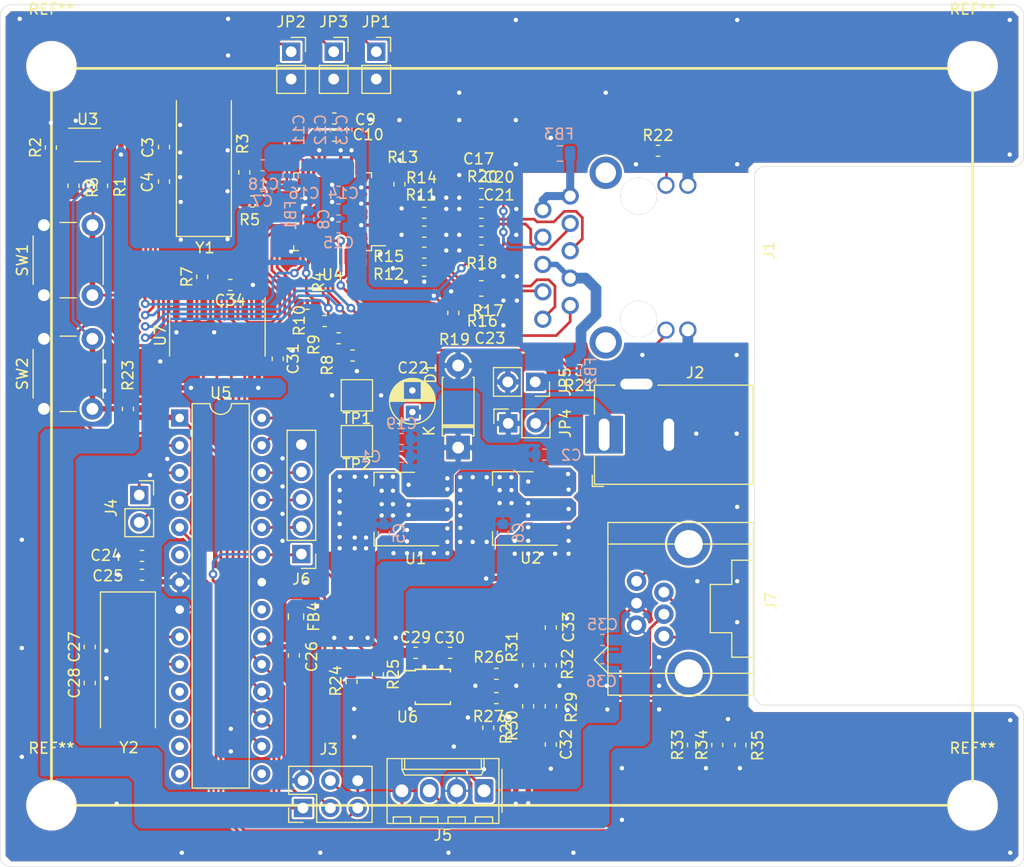
<source format=kicad_pcb>
(kicad_pcb (version 20171130) (host pcbnew "(5.1.6)-1")
  (layers (0 F.Cu signal) (31 B.Cu signal) (34 B.Paste user) (35 F.Paste user) (36 B.SilkS user) (37 F.SilkS user) (38 B.Mask user) (39 F.Mask user) (44 Edge.Cuts user))
  (net 0 "")
  (net 1 /PIN_12V)
  (net 2 GND)
  (net 3 "Net-(C3-Pad1)")
  (net 4 "Net-(C4-Pad2)")
  (net 5 "Net-(C9-Pad1)")
  (net 6 "Net-(C10-Pad1)")
  (net 7 /3V3_ANA)
  (net 8 "Net-(C17-Pad1)")
  (net 9 "Net-(C20-Pad2)")
  (net 10 "Net-(C20-Pad1)")
  (net 11 "Net-(C21-Pad2)")
  (net 12 "Net-(C21-Pad1)")
  (net 13 "Net-(C23-Pad1)")
  (net 14 /MCU/5V0_ANA)
  (net 15 "Net-(C27-Pad2)")
  (net 16 "Net-(C28-Pad1)")
  (net 17 "Net-(C32-Pad1)")
  (net 18 "Net-(C33-Pad1)")
  (net 19 "Net-(D1-Pad2)")
  (net 20 "Net-(FB2-Pad2)")
  (net 21 "Net-(FB3-Pad2)")
  (net 22 "Net-(J1-Pad13)")
  (net 23 "Net-(J1-Pad11)")
  (net 24 "Net-(J1-Pad8)")
  (net 25 "Net-(J1-Pad10)")
  (net 26 /PIN_12V_JACK)
  (net 27 /MCU/MOSI_5V)
  (net 28 /MCU/SCLK_5V)
  (net 29 /MCU/MISO_5V)
  (net 30 /MCU/TX)
  (net 31 /MCU/RX)
  (net 32 /MCU/SCL)
  (net 33 /MCU/SDA)
  (net 34 /MCU/ADC_3)
  (net 35 /MCU/ADC_2)
  (net 36 /MCU/ADC_1)
  (net 37 /MCU/ADC_0)
  (net 38 "Net-(J7-Pad1)")
  (net 39 "Net-(J7-Pad2)")
  (net 40 /MCU/SCL_RJ11)
  (net 41 /MCU/SDA_RJ11)
  (net 42 "Net-(JP1-Pad1)")
  (net 43 "Net-(JP3-Pad1)")
  (net 44 "Net-(R1-Pad2)")
  (net 45 "Net-(R2-Pad1)")
  (net 46 "Net-(R5-Pad2)")
  (net 47 /RST_W5500)
  (net 48 "Net-(R7-Pad2)")
  (net 49 "Net-(R11-Pad1)")
  (net 50 "Net-(R12-Pad1)")
  (net 51 "Net-(R13-Pad2)")
  (net 52 "Net-(R14-Pad1)")
  (net 53 "Net-(R15-Pad1)")
  (net 54 /ACT_LED)
  (net 55 /LINK_LED)
  (net 56 "Net-(R26-Pad2)")
  (net 57 "Net-(R27-Pad2)")
  (net 58 "Net-(R28-Pad2)")
  (net 59 /MCU/INT_SPARE)
  (net 60 "Net-(U4-Pad47)")
  (net 61 "Net-(U4-Pad46)")
  (net 62 "Net-(U4-Pad42)")
  (net 63 "Net-(U4-Pad41)")
  (net 64 "Net-(U4-Pad40)")
  (net 65 "Net-(U4-Pad39)")
  (net 66 "Net-(U4-Pad38)")
  (net 67 "Net-(U4-Pad26)")
  (net 68 "Net-(U4-Pad24)")
  (net 69 "Net-(U4-Pad18)")
  (net 70 "Net-(U4-Pad13)")
  (net 71 "Net-(U4-Pad12)")
  (net 72 "Net-(U4-Pad7)")
  (net 73 "Net-(U5-Pad14)")
  (net 74 "Net-(U5-Pad13)")
  (net 75 "Net-(U5-Pad12)")
  (net 76 "Net-(U5-Pad11)")
  (net 77 /MCU/AREF)
  (net 78 "Net-(U5-Pad6)")
  (net 79 /MCU/CS_5V)
  (net 80 "Net-(U5-Pad15)")
  (net 81 "Net-(U7-Pad9)")
  (net 82 "Net-(U7-Pad6)")
  (net 83 "Net-(JP2-Pad1)")
  (net 84 5V0)
  (net 85 3V3)
  (net 86 CS)
  (net 87 MOSI)
  (net 88 MISO)
  (net 89 SCLK)
  (net 90 "Net-(FB2-Pad1)")
  (net 91 RST)
  (net 92 INT_W5500)
  (module Connector_BarrelJack:BarrelJack_Horizontal (layer F.Cu) (at 151.3 84.2 180)
    (fp_text reference J2 (at -8.45 5.75) (layer F.SilkS))
    (fp_text value Barrel_Jack_Switch)
    (pad 3 thru_hole roundrect (at -3 4.7 180) (size 3.5 3.5) (drill oval 3 1) (layers *.Cu *.Mask) (net 2 GND))
    (pad 2 thru_hole roundrect (at -6 0 180) (size 3 3.5) (drill oval 1 3) (layers *.Cu *.Mask) (net 2 GND))
    (pad 1 thru_hole rect (at 0 0 180) (size 3.5 3.5) (drill oval 1 3) (layers *.Cu *.Mask) (net 26 /PIN_12V_JACK))
  )
  (module custom:ARJM11C7-114-BA-EW2 (layer F.Cu) (at 154.5 62.05 90)
    (fp_text reference J1 (at -5.025 12.1 90) (layer F.SilkS))
    (fp_text value RJ45_jack_POE)
    (pad 15 thru_hole circle (at 0 0 90) (size 3.4 3.4) (drill 3.4) (layers *.Cu *.Mask))
    (pad 16 thru_hole circle (at -11.43 0 90) (size 3.4 3.4) (drill 3.4) (layers *.Cu *.Mask))
    (pad 17 thru_hole circle (at 2.16 -3.05 90) (size 3 3) (drill 1.9) (layers *.Cu *.Mask))
    (pad 18 thru_hole circle (at -13.59 -3.05 90) (size 3 3) (drill 1.9) (layers *.Cu *.Mask))
    (pad 12 thru_hole circle (at 1.01 4.57 90) (size 1.6 1.6) (drill 1.15) (layers *.Cu *.Mask) (net 2 GND))
    (pad 14 thru_hole circle (at -12.44 4.57 90) (size 1.6 1.6) (drill 1.15) (layers *.Cu *.Mask) (net 2 GND))
    (pad 13 thru_hole circle (at -12.44 2.54 90) (size 1.6 1.6) (drill 1.15) (layers *.Cu *.Mask) (net 22 "Net-(J1-Pad13)"))
    (pad 11 thru_hole circle (at 1.01 2.54 90) (size 1.6 1.6) (drill 1.15) (layers *.Cu *.Mask) (net 23 "Net-(J1-Pad11)"))
    (pad 2 thru_hole circle (at -1.27 -8.89 90) (size 1.6 1.6) (drill 1.03) (layers *.Cu *.Mask) (net 21 "Net-(FB3-Pad2)"))
    (pad 4 thru_hole circle (at -3.81 -8.89 90) (size 1.6 1.6) (drill 1.03) (layers *.Cu *.Mask) (net 8 "Net-(C17-Pad1)"))
    (pad 6 thru_hole circle (at -6.35 -8.89 90) (size 1.6 1.6) (drill 1.03) (layers *.Cu *.Mask) (net 20 "Net-(FB2-Pad2)"))
    (pad 8 thru_hole circle (at -8.89 -8.89 90) (size 1.6 1.6) (drill 1.03) (layers *.Cu *.Mask) (net 24 "Net-(J1-Pad8)"))
    (pad 10 thru_hole circle (at -11.43 -8.89 90) (size 1.6 1.6) (drill 1.03) (layers *.Cu *.Mask) (net 25 "Net-(J1-Pad10)"))
    (pad 3 thru_hole circle (at -2.54 -6.35 90) (size 1.6 1.6) (drill 1.03) (layers *.Cu *.Mask) (net 12 "Net-(C21-Pad1)"))
    (pad 1 thru_hole circle (at 0 -6.35 90) (size 1.6 1.6) (drill 1.03) (layers *.Cu *.Mask) (net 21 "Net-(FB3-Pad2)"))
    (pad 9 thru_hole circle (at -10.16 -6.35 90) (size 1.6 1.6) (drill 1.03) (layers *.Cu *.Mask) (net 13 "Net-(C23-Pad1)"))
    (pad 7 thru_hole circle (at -7.62 -6.35 90) (size 1.6 1.6) (drill 1.03) (layers *.Cu *.Mask) (net 20 "Net-(FB2-Pad2)"))
    (pad 5 thru_hole circle (at -5.08 -6.35 90) (size 1.6 1.6) (drill 1.03) (layers *.Cu *.Mask) (net 10 "Net-(C20-Pad1)"))
  )
  (module Capacitor_SMD:C_0603_1608Metric (layer B.Cu) (at 126.65 61.65)
    (fp_text reference C16 (at -3.2 0.15) (layer B.SilkS) (effects (justify mirror)))
    (fp_text value 100nF)
    (pad 2 smd roundrect (at 0.7875 0) (size 0.875 0.95) (layers B.Cu B.Paste B.Mask) (net 7 /3V3_ANA))
    (pad 1 smd roundrect (at -0.7875 0) (size 0.875 0.95) (layers B.Cu B.Paste B.Mask) (net 2 GND))
  )
  (module Crystal:Crystal_SMD_HC49-SD (layer F.Cu) (at 107.1 105.5 270)
    (fp_text reference Y2 (at 7.75 -0.1 180) (layer F.SilkS))
    (fp_text value 18MHz)
    (pad 2 smd rect (at 4.25 0 270) (size 4.5 2) (layers F.Cu F.Paste F.Mask) (net 16 "Net-(C28-Pad1)"))
    (pad 1 smd rect (at -4.25 0 270) (size 4.5 2) (layers F.Cu F.Paste F.Mask) (net 15 "Net-(C27-Pad2)"))
  )
  (module Crystal:Crystal_SMD_HC49-SD (layer F.Cu) (at 114.15 59.1 90)
    (fp_text reference Y1 (at -7.75 0.1 180) (layer F.SilkS))
    (fp_text value 25MHz)
    (pad 2 smd rect (at 4.25 0 90) (size 4.5 2) (layers F.Cu F.Paste F.Mask) (net 3 "Net-(C3-Pad1)"))
    (pad 1 smd rect (at -4.25 0 90) (size 4.5 2) (layers F.Cu F.Paste F.Mask) (net 4 "Net-(C4-Pad2)"))
  )
  (module Package_SO:SOIC-14_3.9x8.7mm_P1.27mm (layer F.Cu) (at 115.4 74.95 270)
    (fp_text reference U7 (at 0.05 5.3 90) (layer F.SilkS))
    (fp_text value TXB0104D)
    (pad 1 smd roundrect (at -2.475 -3.81 270) (size 1.95 0.6) (layers F.Cu F.Paste F.Mask) (net 85 3V3))
    (pad 2 smd roundrect (at -2.475 -2.54 270) (size 1.95 0.6) (layers F.Cu F.Paste F.Mask) (net 89 SCLK))
    (pad 3 smd roundrect (at -2.475 -1.27 270) (size 1.95 0.6) (layers F.Cu F.Paste F.Mask) (net 88 MISO))
    (pad 4 smd roundrect (at -2.475 0 270) (size 1.95 0.6) (layers F.Cu F.Paste F.Mask) (net 87 MOSI))
    (pad 5 smd roundrect (at -2.475 1.27 270) (size 1.95 0.6) (layers F.Cu F.Paste F.Mask) (net 86 CS))
    (pad 6 smd roundrect (at -2.475 2.54 270) (size 1.95 0.6) (layers F.Cu F.Paste F.Mask) (net 82 "Net-(U7-Pad6)"))
    (pad 7 smd roundrect (at -2.475 3.81 270) (size 1.95 0.6) (layers F.Cu F.Paste F.Mask) (net 2 GND))
    (pad 8 smd roundrect (at 2.475 3.81 270) (size 1.95 0.6) (layers F.Cu F.Paste F.Mask) (net 2 GND))
    (pad 9 smd roundrect (at 2.475 2.54 270) (size 1.95 0.6) (layers F.Cu F.Paste F.Mask) (net 81 "Net-(U7-Pad9)"))
    (pad 10 smd roundrect (at 2.475 1.27 270) (size 1.95 0.6) (layers F.Cu F.Paste F.Mask) (net 79 /MCU/CS_5V))
    (pad 11 smd roundrect (at 2.475 0 270) (size 1.95 0.6) (layers F.Cu F.Paste F.Mask) (net 27 /MCU/MOSI_5V))
    (pad 12 smd roundrect (at 2.475 -1.27 270) (size 1.95 0.6) (layers F.Cu F.Paste F.Mask) (net 29 /MCU/MISO_5V))
    (pad 13 smd roundrect (at 2.475 -2.54 270) (size 1.95 0.6) (layers F.Cu F.Paste F.Mask) (net 28 /MCU/SCLK_5V))
    (pad 14 smd roundrect (at 2.475 -3.81 270) (size 1.95 0.6) (layers F.Cu F.Paste F.Mask) (net 84 5V0))
  )
  (module Package_SO:TSSOP-8_3x3mm_P0.65mm (layer F.Cu) (at 135.4 107.6)
    (fp_text reference U6 (at -2.35 2.8) (layer F.SilkS))
    (fp_text value PCA9517A)
    (pad 8 smd rect (at 2.15 -0.975) (size 1.1 0.4) (layers F.Cu F.Paste F.Mask) (net 85 3V3))
    (pad 7 smd rect (at 2.15 -0.325) (size 1.1 0.4) (layers F.Cu F.Paste F.Mask) (net 56 "Net-(R26-Pad2)"))
    (pad 6 smd rect (at 2.15 0.325) (size 1.1 0.4) (layers F.Cu F.Paste F.Mask) (net 57 "Net-(R27-Pad2)"))
    (pad 5 smd rect (at 2.15 0.975) (size 1.1 0.4) (layers F.Cu F.Paste F.Mask) (net 58 "Net-(R28-Pad2)"))
    (pad 4 smd rect (at -2.15 0.975) (size 1.1 0.4) (layers F.Cu F.Paste F.Mask) (net 2 GND))
    (pad 3 smd rect (at -2.15 0.325) (size 1.1 0.4) (layers F.Cu F.Paste F.Mask) (net 33 /MCU/SDA))
    (pad 2 smd rect (at -2.15 -0.325) (size 1.1 0.4) (layers F.Cu F.Paste F.Mask) (net 32 /MCU/SCL))
    (pad 1 smd rect (at -2.15 -0.975) (size 1.1 0.4) (layers F.Cu F.Paste F.Mask) (net 84 5V0))
  )
  (module Package_DIP:DIP-28_W7.62mm (layer F.Cu) (at 111.9 82.65)
    (fp_text reference U5 (at 3.81 -2.33) (layer F.SilkS))
    (fp_text value ATmega328-PU)
    (pad 28 thru_hole oval (at 7.62 0) (size 1.6 1.6) (drill 0.8) (layers *.Cu *.Mask) (net 32 /MCU/SCL))
    (pad 14 thru_hole oval (at 0 33.02) (size 1.6 1.6) (drill 0.8) (layers *.Cu *.Mask) (net 73 "Net-(U5-Pad14)"))
    (pad 27 thru_hole oval (at 7.62 2.54) (size 1.6 1.6) (drill 0.8) (layers *.Cu *.Mask) (net 33 /MCU/SDA))
    (pad 13 thru_hole oval (at 0 30.48) (size 1.6 1.6) (drill 0.8) (layers *.Cu *.Mask) (net 74 "Net-(U5-Pad13)"))
    (pad 26 thru_hole oval (at 7.62 5.08) (size 1.6 1.6) (drill 0.8) (layers *.Cu *.Mask) (net 34 /MCU/ADC_3))
    (pad 12 thru_hole oval (at 0 27.94) (size 1.6 1.6) (drill 0.8) (layers *.Cu *.Mask) (net 75 "Net-(U5-Pad12)"))
    (pad 25 thru_hole oval (at 7.62 7.62) (size 1.6 1.6) (drill 0.8) (layers *.Cu *.Mask) (net 35 /MCU/ADC_2))
    (pad 11 thru_hole oval (at 0 25.4) (size 1.6 1.6) (drill 0.8) (layers *.Cu *.Mask) (net 76 "Net-(U5-Pad11)"))
    (pad 24 thru_hole oval (at 7.62 10.16) (size 1.6 1.6) (drill 0.8) (layers *.Cu *.Mask) (net 36 /MCU/ADC_1))
    (pad 10 thru_hole oval (at 0 22.86) (size 1.6 1.6) (drill 0.8) (layers *.Cu *.Mask) (net 16 "Net-(C28-Pad1)"))
    (pad 23 thru_hole oval (at 7.62 12.7) (size 1.6 1.6) (drill 0.8) (layers *.Cu *.Mask) (net 37 /MCU/ADC_0))
    (pad 9 thru_hole oval (at 0 20.32) (size 1.6 1.6) (drill 0.8) (layers *.Cu *.Mask) (net 15 "Net-(C27-Pad2)"))
    (pad 22 thru_hole oval (at 7.62 15.24) (size 1.6 1.6) (drill 0.8) (layers *.Cu *.Mask) (net 2 GND))
    (pad 8 thru_hole oval (at 0 17.78) (size 1.6 1.6) (drill 0.8) (layers *.Cu *.Mask) (net 2 GND))
    (pad 21 thru_hole oval (at 7.62 17.78) (size 1.6 1.6) (drill 0.8) (layers *.Cu *.Mask) (net 77 /MCU/AREF))
    (pad 7 thru_hole oval (at 0 15.24) (size 1.6 1.6) (drill 0.8) (layers *.Cu *.Mask) (net 84 5V0))
    (pad 20 thru_hole oval (at 7.62 20.32) (size 1.6 1.6) (drill 0.8) (layers *.Cu *.Mask) (net 14 /MCU/5V0_ANA))
    (pad 6 thru_hole oval (at 0 12.7) (size 1.6 1.6) (drill 0.8) (layers *.Cu *.Mask) (net 78 "Net-(U5-Pad6)"))
    (pad 19 thru_hole oval (at 7.62 22.86) (size 1.6 1.6) (drill 0.8) (layers *.Cu *.Mask) (net 28 /MCU/SCLK_5V))
    (pad 5 thru_hole oval (at 0 10.16) (size 1.6 1.6) (drill 0.8) (layers *.Cu *.Mask) (net 59 /MCU/INT_SPARE))
    (pad 18 thru_hole oval (at 7.62 25.4) (size 1.6 1.6) (drill 0.8) (layers *.Cu *.Mask) (net 29 /MCU/MISO_5V))
    (pad 4 thru_hole oval (at 0 7.62) (size 1.6 1.6) (drill 0.8) (layers *.Cu *.Mask) (net 92 INT_W5500))
    (pad 17 thru_hole oval (at 7.62 27.94) (size 1.6 1.6) (drill 0.8) (layers *.Cu *.Mask) (net 27 /MCU/MOSI_5V))
    (pad 3 thru_hole oval (at 0 5.08) (size 1.6 1.6) (drill 0.8) (layers *.Cu *.Mask) (net 30 /MCU/TX))
    (pad 16 thru_hole oval (at 7.62 30.48) (size 1.6 1.6) (drill 0.8) (layers *.Cu *.Mask) (net 79 /MCU/CS_5V))
    (pad 2 thru_hole oval (at 0 2.54) (size 1.6 1.6) (drill 0.8) (layers *.Cu *.Mask) (net 31 /MCU/RX))
    (pad 15 thru_hole oval (at 7.62 33.02) (size 1.6 1.6) (drill 0.8) (layers *.Cu *.Mask) (net 80 "Net-(U5-Pad15)"))
    (pad 1 thru_hole rect (at 0 0) (size 1.6 1.6) (drill 0.8) (layers *.Cu *.Mask) (net 91 RST))
  )
  (module Package_QFP:LQFP-48_7x7mm_P0.5mm (layer F.Cu) (at 126.1 63.5 180)
    (fp_text reference U4 (at 0 -5.85) (layer F.SilkS))
    (fp_text value W5500)
    (pad 48 smd roundrect (at -2.75 -4.1625 180) (size 0.3 1.475) (layers F.Cu F.Paste F.Mask) (net 2 GND))
    (pad 47 smd roundrect (at -2.25 -4.1625 180) (size 0.3 1.475) (layers F.Cu F.Paste F.Mask) (net 60 "Net-(U4-Pad47)"))
    (pad 46 smd roundrect (at -1.75 -4.1625 180) (size 0.3 1.475) (layers F.Cu F.Paste F.Mask) (net 61 "Net-(U4-Pad46)"))
    (pad 45 smd roundrect (at -1.25 -4.1625 180) (size 0.3 1.475) (layers F.Cu F.Paste F.Mask) (net 42 "Net-(JP1-Pad1)"))
    (pad 44 smd roundrect (at -0.75 -4.1625 180) (size 0.3 1.475) (layers F.Cu F.Paste F.Mask) (net 43 "Net-(JP3-Pad1)"))
    (pad 43 smd roundrect (at -0.25 -4.1625 180) (size 0.3 1.475) (layers F.Cu F.Paste F.Mask) (net 83 "Net-(JP2-Pad1)"))
    (pad 42 smd roundrect (at 0.25 -4.1625 180) (size 0.3 1.475) (layers F.Cu F.Paste F.Mask) (net 62 "Net-(U4-Pad42)"))
    (pad 41 smd roundrect (at 0.75 -4.1625 180) (size 0.3 1.475) (layers F.Cu F.Paste F.Mask) (net 63 "Net-(U4-Pad41)"))
    (pad 40 smd roundrect (at 1.25 -4.1625 180) (size 0.3 1.475) (layers F.Cu F.Paste F.Mask) (net 64 "Net-(U4-Pad40)"))
    (pad 39 smd roundrect (at 1.75 -4.1625 180) (size 0.3 1.475) (layers F.Cu F.Paste F.Mask) (net 65 "Net-(U4-Pad39)"))
    (pad 38 smd roundrect (at 2.25 -4.1625 180) (size 0.3 1.475) (layers F.Cu F.Paste F.Mask) (net 66 "Net-(U4-Pad38)"))
    (pad 37 smd roundrect (at 2.75 -4.1625 180) (size 0.3 1.475) (layers F.Cu F.Paste F.Mask) (net 47 /RST_W5500))
    (pad 36 smd roundrect (at 4.1625 -2.75 180) (size 1.475 0.3) (layers F.Cu F.Paste F.Mask) (net 92 INT_W5500))
    (pad 35 smd roundrect (at 4.1625 -2.25 180) (size 1.475 0.3) (layers F.Cu F.Paste F.Mask) (net 87 MOSI))
    (pad 34 smd roundrect (at 4.1625 -1.75 180) (size 1.475 0.3) (layers F.Cu F.Paste F.Mask) (net 88 MISO))
    (pad 33 smd roundrect (at 4.1625 -1.25 180) (size 1.475 0.3) (layers F.Cu F.Paste F.Mask) (net 89 SCLK))
    (pad 32 smd roundrect (at 4.1625 -0.75 180) (size 1.475 0.3) (layers F.Cu F.Paste F.Mask) (net 48 "Net-(R7-Pad2)"))
    (pad 31 smd roundrect (at 4.1625 -0.25 180) (size 1.475 0.3) (layers F.Cu F.Paste F.Mask) (net 46 "Net-(R5-Pad2)"))
    (pad 30 smd roundrect (at 4.1625 0.25 180) (size 1.475 0.3) (layers F.Cu F.Paste F.Mask) (net 3 "Net-(C3-Pad1)"))
    (pad 29 smd roundrect (at 4.1625 0.75 180) (size 1.475 0.3) (layers F.Cu F.Paste F.Mask) (net 2 GND))
    (pad 28 smd roundrect (at 4.1625 1.25 180) (size 1.475 0.3) (layers F.Cu F.Paste F.Mask) (net 85 3V3))
    (pad 27 smd roundrect (at 4.1625 1.75 180) (size 1.475 0.3) (layers F.Cu F.Paste F.Mask) (net 54 /ACT_LED))
    (pad 26 smd roundrect (at 4.1625 2.25 180) (size 1.475 0.3) (layers F.Cu F.Paste F.Mask) (net 67 "Net-(U4-Pad26)"))
    (pad 25 smd roundrect (at 4.1625 2.75 180) (size 1.475 0.3) (layers F.Cu F.Paste F.Mask) (net 55 /LINK_LED))
    (pad 24 smd roundrect (at 2.75 4.1625 180) (size 0.3 1.475) (layers F.Cu F.Paste F.Mask) (net 68 "Net-(U4-Pad24)"))
    (pad 23 smd roundrect (at 2.25 4.1625 180) (size 0.3 1.475) (layers F.Cu F.Paste F.Mask) (net 2 GND))
    (pad 22 smd roundrect (at 1.75 4.1625 180) (size 0.3 1.475) (layers F.Cu F.Paste F.Mask) (net 5 "Net-(C9-Pad1)"))
    (pad 21 smd roundrect (at 1.25 4.1625 180) (size 0.3 1.475) (layers F.Cu F.Paste F.Mask) (net 7 /3V3_ANA))
    (pad 20 smd roundrect (at 0.75 4.1625 180) (size 0.3 1.475) (layers F.Cu F.Paste F.Mask) (net 6 "Net-(C10-Pad1)"))
    (pad 19 smd roundrect (at 0.25 4.1625 180) (size 0.3 1.475) (layers F.Cu F.Paste F.Mask) (net 2 GND))
    (pad 18 smd roundrect (at -0.25 4.1625 180) (size 0.3 1.475) (layers F.Cu F.Paste F.Mask) (net 69 "Net-(U4-Pad18)"))
    (pad 17 smd roundrect (at -0.75 4.1625 180) (size 0.3 1.475) (layers F.Cu F.Paste F.Mask) (net 7 /3V3_ANA))
    (pad 16 smd roundrect (at -1.25 4.1625 180) (size 0.3 1.475) (layers F.Cu F.Paste F.Mask) (net 2 GND))
    (pad 15 smd roundrect (at -1.75 4.1625 180) (size 0.3 1.475) (layers F.Cu F.Paste F.Mask) (net 7 /3V3_ANA))
    (pad 14 smd roundrect (at -2.25 4.1625 180) (size 0.3 1.475) (layers F.Cu F.Paste F.Mask) (net 2 GND))
    (pad 13 smd roundrect (at -2.75 4.1625 180) (size 0.3 1.475) (layers F.Cu F.Paste F.Mask) (net 70 "Net-(U4-Pad13)"))
    (pad 12 smd roundrect (at -4.1625 2.75 180) (size 1.475 0.3) (layers F.Cu F.Paste F.Mask) (net 71 "Net-(U4-Pad12)"))
    (pad 11 smd roundrect (at -4.1625 2.25 180) (size 1.475 0.3) (layers F.Cu F.Paste F.Mask) (net 7 /3V3_ANA))
    (pad 10 smd roundrect (at -4.1625 1.75 180) (size 1.475 0.3) (layers F.Cu F.Paste F.Mask) (net 51 "Net-(R13-Pad2)"))
    (pad 9 smd roundrect (at -4.1625 1.25 180) (size 1.475 0.3) (layers F.Cu F.Paste F.Mask) (net 2 GND))
    (pad 8 smd roundrect (at -4.1625 0.75 180) (size 1.475 0.3) (layers F.Cu F.Paste F.Mask) (net 7 /3V3_ANA))
    (pad 7 smd roundrect (at -4.1625 0.25 180) (size 1.475 0.3) (layers F.Cu F.Paste F.Mask) (net 72 "Net-(U4-Pad7)"))
    (pad 6 smd roundrect (at -4.1625 -0.25 180) (size 1.475 0.3) (layers F.Cu F.Paste F.Mask) (net 52 "Net-(R14-Pad1)"))
    (pad 5 smd roundrect (at -4.1625 -0.75 180) (size 1.475 0.3) (layers F.Cu F.Paste F.Mask) (net 49 "Net-(R11-Pad1)"))
    (pad 4 smd roundrect (at -4.1625 -1.25 180) (size 1.475 0.3) (layers F.Cu F.Paste F.Mask) (net 7 /3V3_ANA))
    (pad 3 smd roundrect (at -4.1625 -1.75 180) (size 1.475 0.3) (layers F.Cu F.Paste F.Mask) (net 2 GND))
    (pad 2 smd roundrect (at -4.1625 -2.25 180) (size 1.475 0.3) (layers F.Cu F.Paste F.Mask) (net 53 "Net-(R15-Pad1)"))
    (pad 1 smd roundrect (at -4.1625 -2.75 180) (size 1.475 0.3) (layers F.Cu F.Paste F.Mask) (net 50 "Net-(R12-Pad1)"))
  )
  (module Package_TO_SOT_SMD:SOT-143 (layer F.Cu) (at 103.35 57.3)
    (fp_text reference U3 (at 0.02 -2.38) (layer F.SilkS))
    (fp_text value CAT811STBI-GT3)
    (pad 1 smd rect (at -1.1 -0.77 270) (size 1.2 1.4) (layers F.Cu F.Paste F.Mask) (net 2 GND))
    (pad 2 smd rect (at -1.1 0.95 270) (size 1 1.4) (layers F.Cu F.Paste F.Mask) (net 45 "Net-(R2-Pad1)"))
    (pad 3 smd rect (at 1.1 0.95 270) (size 1 1.4) (layers F.Cu F.Paste F.Mask) (net 44 "Net-(R1-Pad2)"))
    (pad 4 smd rect (at 1.1 -0.95 270) (size 1 1.4) (layers F.Cu F.Paste F.Mask) (net 85 3V3))
  )
  (module Package_TO_SOT_SMD:SOT-223-3_TabPin2 (layer F.Cu) (at 142.85 91.05 180)
    (fp_text reference U2 (at -1.65 -4.6) (layer F.SilkS))
    (fp_text value NCP1117-3.3_SOT223)
    (pad 1 smd rect (at -3.15 -2.3 180) (size 2 1.5) (layers F.Cu F.Paste F.Mask) (net 2 GND))
    (pad 3 smd rect (at -3.15 2.3 180) (size 2 1.5) (layers F.Cu F.Paste F.Mask) (net 1 /PIN_12V))
    (pad 2 smd rect (at -3.15 0 180) (size 2 1.5) (layers F.Cu F.Paste F.Mask) (net 85 3V3))
    (pad 2 smd rect (at 3.15 0 180) (size 2 3.8) (layers F.Cu F.Paste F.Mask) (net 85 3V3))
  )
  (module Package_TO_SOT_SMD:SOT-223-3_TabPin2 (layer F.Cu) (at 131.85 91.1 180)
    (fp_text reference U1 (at -1.95 -4.6) (layer F.SilkS))
    (fp_text value NCP1117-5.0_SOT223)
    (pad 1 smd rect (at -3.15 -2.3 180) (size 2 1.5) (layers F.Cu F.Paste F.Mask) (net 2 GND))
    (pad 3 smd rect (at -3.15 2.3 180) (size 2 1.5) (layers F.Cu F.Paste F.Mask) (net 1 /PIN_12V))
    (pad 2 smd rect (at -3.15 0 180) (size 2 1.5) (layers F.Cu F.Paste F.Mask) (net 84 5V0))
    (pad 2 smd rect (at 3.15 0 180) (size 2 3.8) (layers F.Cu F.Paste F.Mask) (net 84 5V0))
  )
  (module TestPoint:TestPoint_Pad_2.5x2.5mm (layer F.Cu) (at 128.35 84.8 180)
    (fp_text reference TP2 (at 0 -2.148) (layer F.SilkS))
    (fp_text value TestPoint)
    (pad 1 smd rect (at 0 0 180) (size 2.5 2.5) (layers F.Cu F.Mask) (net 1 /PIN_12V))
  )
  (module TestPoint:TestPoint_Pad_2.5x2.5mm (layer F.Cu) (at 128.35 80.55 180)
    (fp_text reference TP1 (at 0 -2.148) (layer F.SilkS))
    (fp_text value TestPoint)
    (pad 1 smd rect (at 0 0 180) (size 2.5 2.5) (layers F.Cu F.Mask) (net 2 GND))
  )
  (module Button_Switch_THT:SW_PUSH_6mm (layer F.Cu) (at 99.3 81.8 90)
    (fp_text reference SW2 (at 3.25 -2 90) (layer F.SilkS))
    (fp_text value SW_Push)
    (pad 2 thru_hole circle (at 0 4.5 180) (size 2 2) (drill 1.1) (layers *.Cu *.Mask) (net 91 RST))
    (pad 1 thru_hole circle (at 0 0 180) (size 2 2) (drill 1.1) (layers *.Cu *.Mask) (net 2 GND))
    (pad 2 thru_hole circle (at 6.5 4.5 180) (size 2 2) (drill 1.1) (layers *.Cu *.Mask) (net 91 RST))
    (pad 1 thru_hole circle (at 6.5 0 180) (size 2 2) (drill 1.1) (layers *.Cu *.Mask) (net 2 GND))
  )
  (module Button_Switch_THT:SW_PUSH_6mm (layer F.Cu) (at 99.3 71.25 90)
    (fp_text reference SW1 (at 3.25 -2 90) (layer F.SilkS))
    (fp_text value SW_Push)
    (pad 2 thru_hole circle (at 0 4.5 180) (size 2 2) (drill 1.1) (layers *.Cu *.Mask) (net 47 /RST_W5500))
    (pad 1 thru_hole circle (at 0 0 180) (size 2 2) (drill 1.1) (layers *.Cu *.Mask) (net 2 GND))
    (pad 2 thru_hole circle (at 6.5 4.5 180) (size 2 2) (drill 1.1) (layers *.Cu *.Mask) (net 47 /RST_W5500))
    (pad 1 thru_hole circle (at 6.5 0 180) (size 2 2) (drill 1.1) (layers *.Cu *.Mask) (net 2 GND))
  )
  (module Resistor_SMD:R_0603_1608Metric (layer F.Cu) (at 163.95 113 90)
    (fp_text reference R35 (at -0.05 1.6 90) (layer F.SilkS))
    (fp_text value 0)
    (pad 2 smd roundrect (at 0.7875 0 90) (size 0.875 0.95) (layers F.Cu F.Paste F.Mask) (net 38 "Net-(J7-Pad1)"))
    (pad 1 smd roundrect (at -0.7875 0 90) (size 0.875 0.95) (layers F.Cu F.Paste F.Mask) (net 2 GND))
  )
  (module Resistor_SMD:R_0603_1608Metric (layer F.Cu) (at 161.8 113 90)
    (fp_text reference R34 (at 0 -1.43 90) (layer F.SilkS))
    (fp_text value DNF)
    (pad 2 smd roundrect (at 0.7875 0 90) (size 0.875 0.95) (layers F.Cu F.Paste F.Mask) (net 38 "Net-(J7-Pad1)"))
    (pad 1 smd roundrect (at -0.7875 0 90) (size 0.875 0.95) (layers F.Cu F.Paste F.Mask) (net 59 /MCU/INT_SPARE))
  )
  (module Resistor_SMD:R_0603_1608Metric (layer F.Cu) (at 159.55 113 90)
    (fp_text reference R33 (at 0 -1.43 90) (layer F.SilkS))
    (fp_text value DNF)
    (pad 2 smd roundrect (at 0.7875 0 90) (size 0.875 0.95) (layers F.Cu F.Paste F.Mask) (net 39 "Net-(J7-Pad2)"))
    (pad 1 smd roundrect (at -0.7875 0 90) (size 0.875 0.95) (layers F.Cu F.Paste F.Mask) (net 37 /MCU/ADC_0))
  )
  (module Resistor_SMD:R_0603_1608Metric (layer F.Cu) (at 146.35 105.6 90)
    (fp_text reference R32 (at 0.1 1.55 90) (layer F.SilkS))
    (fp_text value DNF)
    (pad 2 smd roundrect (at 0.7875 0 90) (size 0.875 0.95) (layers F.Cu F.Paste F.Mask) (net 18 "Net-(C33-Pad1)"))
    (pad 1 smd roundrect (at -0.7875 0 90) (size 0.875 0.95) (layers F.Cu F.Paste F.Mask) (net 40 /MCU/SCL_RJ11))
  )
  (module Resistor_SMD:R_0603_1608Metric (layer F.Cu) (at 144.25 105.6 270)
    (fp_text reference R31 (at -1.7 1.5 270) (layer F.SilkS))
    (fp_text value 2.2k)
    (pad 2 smd roundrect (at 0.7875 0 270) (size 0.875 0.95) (layers F.Cu F.Paste F.Mask) (net 40 /MCU/SCL_RJ11))
    (pad 1 smd roundrect (at -0.7875 0 270) (size 0.875 0.95) (layers F.Cu F.Paste F.Mask) (net 85 3V3))
  )
  (module Resistor_SMD:R_0603_1608Metric (layer F.Cu) (at 144.25 109.4 90)
    (fp_text reference R30 (at -1.8 -1.5 270) (layer F.SilkS))
    (fp_text value 2.2k)
    (pad 2 smd roundrect (at 0.7875 0 90) (size 0.875 0.95) (layers F.Cu F.Paste F.Mask) (net 41 /MCU/SDA_RJ11))
    (pad 1 smd roundrect (at -0.7875 0 90) (size 0.875 0.95) (layers F.Cu F.Paste F.Mask) (net 85 3V3))
  )
  (module Resistor_SMD:R_0603_1608Metric (layer F.Cu) (at 146.35 109.4 270)
    (fp_text reference R29 (at 0.1 -1.9 270) (layer F.SilkS))
    (fp_text value DNF)
    (pad 2 smd roundrect (at 0.7875 0 270) (size 0.875 0.95) (layers F.Cu F.Paste F.Mask) (net 17 "Net-(C32-Pad1)"))
    (pad 1 smd roundrect (at -0.7875 0 270) (size 0.875 0.95) (layers F.Cu F.Paste F.Mask) (net 41 /MCU/SDA_RJ11))
  )
  (module Resistor_SMD:R_0603_1608Metric (layer F.Cu) (at 140.55 111.4 90)
    (fp_text reference R28 (at -0.1 1.65 90) (layer F.SilkS))
    (fp_text value 10k)
    (pad 2 smd roundrect (at 0.7875 0 90) (size 0.875 0.95) (layers F.Cu F.Paste F.Mask) (net 58 "Net-(R28-Pad2)"))
    (pad 1 smd roundrect (at -0.7875 0 90) (size 0.875 0.95) (layers F.Cu F.Paste F.Mask) (net 85 3V3))
  )
  (module Resistor_SMD:R_0603_1608Metric (layer F.Cu) (at 141.3 108.65 180)
    (fp_text reference R27 (at 0.75 -1.7) (layer F.SilkS))
    (fp_text value 75)
    (pad 2 smd roundrect (at 0.7875 0 180) (size 0.875 0.95) (layers F.Cu F.Paste F.Mask) (net 57 "Net-(R27-Pad2)"))
    (pad 1 smd roundrect (at -0.7875 0 180) (size 0.875 0.95) (layers F.Cu F.Paste F.Mask) (net 41 /MCU/SDA_RJ11))
  )
  (module Resistor_SMD:R_0603_1608Metric (layer F.Cu) (at 141.3 106.4 180)
    (fp_text reference R26 (at 0.7 1.55) (layer F.SilkS))
    (fp_text value 75)
    (pad 2 smd roundrect (at 0.7875 0 180) (size 0.875 0.95) (layers F.Cu F.Paste F.Mask) (net 56 "Net-(R26-Pad2)"))
    (pad 1 smd roundrect (at -0.7875 0 180) (size 0.875 0.95) (layers F.Cu F.Paste F.Mask) (net 40 /MCU/SCL_RJ11))
  )
  (module Resistor_SMD:R_0603_1608Metric (layer F.Cu) (at 130.3 106.45 270)
    (fp_text reference R25 (at 0 -1.43 90) (layer F.SilkS))
    (fp_text value 10k)
    (pad 2 smd roundrect (at 0.7875 0 270) (size 0.875 0.95) (layers F.Cu F.Paste F.Mask) (net 32 /MCU/SCL))
    (pad 1 smd roundrect (at -0.7875 0 270) (size 0.875 0.95) (layers F.Cu F.Paste F.Mask) (net 84 5V0))
  )
  (module Resistor_SMD:R_0603_1608Metric (layer F.Cu) (at 127.85 107.15 270)
    (fp_text reference R24 (at -0.1 1.45 90) (layer F.SilkS))
    (fp_text value 10k)
    (pad 2 smd roundrect (at 0.7875 0 270) (size 0.875 0.95) (layers F.Cu F.Paste F.Mask) (net 33 /MCU/SDA))
    (pad 1 smd roundrect (at -0.7875 0 270) (size 0.875 0.95) (layers F.Cu F.Paste F.Mask) (net 84 5V0))
  )
  (module Resistor_SMD:R_0603_1608Metric (layer F.Cu) (at 107.1 81.8 270)
    (fp_text reference R23 (at -3.1 0 90) (layer F.SilkS))
    (fp_text value 10k)
    (pad 2 smd roundrect (at 0.7875 0 270) (size 0.875 0.95) (layers F.Cu F.Paste F.Mask) (net 91 RST))
    (pad 1 smd roundrect (at -0.7875 0 270) (size 0.875 0.95) (layers F.Cu F.Paste F.Mask) (net 84 5V0))
  )
  (module Resistor_SMD:R_0603_1608Metric (layer F.Cu) (at 156.3 57.85)
    (fp_text reference R22 (at 0 -1.43) (layer F.SilkS))
    (fp_text value 330)
    (pad 2 smd roundrect (at 0.7875 0) (size 0.875 0.95) (layers F.Cu F.Paste F.Mask) (net 23 "Net-(J1-Pad11)"))
    (pad 1 smd roundrect (at -0.7875 0) (size 0.875 0.95) (layers F.Cu F.Paste F.Mask) (net 55 /LINK_LED))
  )
  (module Resistor_SMD:R_0603_1608Metric (layer F.Cu) (at 149 78.2 180)
    (fp_text reference R21 (at 0 -1.43) (layer F.SilkS))
    (fp_text value 330)
    (pad 2 smd roundrect (at 0.7875 0 180) (size 0.875 0.95) (layers F.Cu F.Paste F.Mask) (net 54 /ACT_LED))
    (pad 1 smd roundrect (at -0.7875 0 180) (size 0.875 0.95) (layers F.Cu F.Paste F.Mask) (net 22 "Net-(J1-Pad13)"))
  )
  (module Resistor_SMD:R_0603_1608Metric (layer F.Cu) (at 139.9 61.85)
    (fp_text reference R20 (at 0.1 -1.6) (layer F.SilkS))
    (fp_text value 49.9)
    (pad 2 smd roundrect (at 0.7875 0) (size 0.875 0.95) (layers F.Cu F.Paste F.Mask) (net 8 "Net-(C17-Pad1)"))
    (pad 1 smd roundrect (at -0.7875 0) (size 0.875 0.95) (layers F.Cu F.Paste F.Mask) (net 9 "Net-(C20-Pad2)"))
  )
  (module Resistor_SMD:R_0603_1608Metric (layer F.Cu) (at 137.3 72.9 90)
    (fp_text reference R19 (at -2.4625 0.1 180) (layer F.SilkS))
    (fp_text value 10)
    (pad 2 smd roundrect (at 0.7875 0 90) (size 0.875 0.95) (layers F.Cu F.Paste F.Mask) (net 7 /3V3_ANA))
    (pad 1 smd roundrect (at -0.7875 0 90) (size 0.875 0.95) (layers F.Cu F.Paste F.Mask) (net 13 "Net-(C23-Pad1)"))
  )
  (module Resistor_SMD:R_0603_1608Metric (layer F.Cu) (at 139.9 67.1)
    (fp_text reference R18 (at 0.05 1.2) (layer F.SilkS))
    (fp_text value 49.9)
    (pad 2 smd roundrect (at 0.7875 0) (size 0.875 0.95) (layers F.Cu F.Paste F.Mask) (net 8 "Net-(C17-Pad1)"))
    (pad 1 smd roundrect (at -0.7875 0) (size 0.875 0.95) (layers F.Cu F.Paste F.Mask) (net 11 "Net-(C21-Pad2)"))
  )
  (module Resistor_SMD:R_0603_1608Metric (layer F.Cu) (at 139.9 69.4)
    (fp_text reference R17 (at 0.6 3.3) (layer F.SilkS))
    (fp_text value 49.9)
    (pad 2 smd roundrect (at 0.7875 0) (size 0.875 0.95) (layers F.Cu F.Paste F.Mask) (net 25 "Net-(J1-Pad10)"))
    (pad 1 smd roundrect (at -0.7875 0) (size 0.875 0.95) (layers F.Cu F.Paste F.Mask) (net 7 /3V3_ANA))
  )
  (module Resistor_SMD:R_0603_1608Metric (layer F.Cu) (at 139.9 71.85)
    (fp_text reference R16 (at 0.0875 1.8) (layer F.SilkS))
    (fp_text value 49.9)
    (pad 2 smd roundrect (at 0.7875 0) (size 0.875 0.95) (layers F.Cu F.Paste F.Mask) (net 24 "Net-(J1-Pad8)"))
    (pad 1 smd roundrect (at -0.7875 0) (size 0.875 0.95) (layers F.Cu F.Paste F.Mask) (net 7 /3V3_ANA))
  )
  (module Resistor_SMD:R_0603_1608Metric (layer F.Cu) (at 134.6 67.3)
    (fp_text reference R15 (at -3.3 0.35) (layer F.SilkS))
    (fp_text value 0)
    (pad 2 smd roundrect (at 0.7875 0) (size 0.875 0.95) (layers F.Cu F.Paste F.Mask) (net 25 "Net-(J1-Pad10)"))
    (pad 1 smd roundrect (at -0.7875 0) (size 0.875 0.95) (layers F.Cu F.Paste F.Mask) (net 53 "Net-(R15-Pad1)"))
  )
  (module Resistor_SMD:R_0603_1608Metric (layer F.Cu) (at 134.6 63.6)
    (fp_text reference R14 (at -0.25 -3.25) (layer F.SilkS))
    (fp_text value 0)
    (pad 2 smd roundrect (at 0.7875 0) (size 0.875 0.95) (layers F.Cu F.Paste F.Mask) (net 9 "Net-(C20-Pad2)"))
    (pad 1 smd roundrect (at -0.7875 0) (size 0.875 0.95) (layers F.Cu F.Paste F.Mask) (net 52 "Net-(R14-Pad1)"))
  )
  (module Resistor_SMD:R_0603_1608Metric (layer F.Cu) (at 132.3 60.95 270)
    (fp_text reference R13 (at -2.5 -0.3 180) (layer F.SilkS))
    (fp_text value 12k4)
    (pad 2 smd roundrect (at 0.7875 0 270) (size 0.875 0.95) (layers F.Cu F.Paste F.Mask) (net 51 "Net-(R13-Pad2)"))
    (pad 1 smd roundrect (at -0.7875 0 270) (size 0.875 0.95) (layers F.Cu F.Paste F.Mask) (net 2 GND))
  )
  (module Resistor_SMD:R_0603_1608Metric (layer F.Cu) (at 134.6 69)
    (fp_text reference R12 (at -3.3 0.3) (layer F.SilkS))
    (fp_text value 0)
    (pad 2 smd roundrect (at 0.7875 0) (size 0.875 0.95) (layers F.Cu F.Paste F.Mask) (net 24 "Net-(J1-Pad8)"))
    (pad 1 smd roundrect (at -0.7875 0) (size 0.875 0.95) (layers F.Cu F.Paste F.Mask) (net 50 "Net-(R12-Pad1)"))
  )
  (module Resistor_SMD:R_0603_1608Metric (layer F.Cu) (at 134.6 65.35)
    (fp_text reference R11 (at -0.3 -3.4) (layer F.SilkS))
    (fp_text value 0)
    (pad 2 smd roundrect (at 0.7875 0) (size 0.875 0.95) (layers F.Cu F.Paste F.Mask) (net 11 "Net-(C21-Pad2)"))
    (pad 1 smd roundrect (at -0.7875 0) (size 0.875 0.95) (layers F.Cu F.Paste F.Mask) (net 49 "Net-(R11-Pad1)"))
  )
  (module Resistor_SMD:R_0603_1608Metric (layer F.Cu) (at 125.35 73.65 180)
    (fp_text reference R10 (at 2.35 0.05 270) (layer F.SilkS))
    (fp_text value 10k)
    (pad 2 smd roundrect (at 0.7875 0 180) (size 0.875 0.95) (layers F.Cu F.Paste F.Mask) (net 85 3V3))
    (pad 1 smd roundrect (at -0.7875 0 180) (size 0.875 0.95) (layers F.Cu F.Paste F.Mask) (net 83 "Net-(JP2-Pad1)"))
  )
  (module Resistor_SMD:R_0603_1608Metric (layer F.Cu) (at 126.6625 75.25 180)
    (fp_text reference R9 (at 2.3125 -0.6 270) (layer F.SilkS))
    (fp_text value 10k)
    (pad 1 smd roundrect (at -0.7875 0 180) (size 0.875 0.95) (layers F.Cu F.Paste F.Mask) (net 43 "Net-(JP3-Pad1)"))
    (pad 2 smd roundrect (at 0.7875 0 180) (size 0.875 0.95) (layers F.Cu F.Paste F.Mask) (net 85 3V3))
  )
  (module Resistor_SMD:R_0603_1608Metric (layer F.Cu) (at 127.95 76.85 180)
    (fp_text reference R8 (at 2.35 -0.9 270) (layer F.SilkS))
    (fp_text value 10k)
    (pad 2 smd roundrect (at 0.7875 0 180) (size 0.875 0.95) (layers F.Cu F.Paste F.Mask) (net 85 3V3))
    (pad 1 smd roundrect (at -0.7875 0 180) (size 0.875 0.95) (layers F.Cu F.Paste F.Mask) (net 42 "Net-(JP1-Pad1)"))
  )
  (module Resistor_SMD:R_0603_1608Metric (layer F.Cu) (at 114 69.55 90)
    (fp_text reference R7 (at 0 -1.43 90) (layer F.SilkS))
    (fp_text value 0)
    (pad 2 smd roundrect (at 0.7875 0 90) (size 0.875 0.95) (layers F.Cu F.Paste F.Mask) (net 48 "Net-(R7-Pad2)"))
    (pad 1 smd roundrect (at -0.7875 0 90) (size 0.875 0.95) (layers F.Cu F.Paste F.Mask) (net 86 CS))
  )
  (module Resistor_SMD:R_0603_1608Metric (layer F.Cu) (at 102.05 61.1 90)
    (fp_text reference R6 (at -0.15 1.75 90) (layer F.SilkS))
    (fp_text value 4.7k)
    (pad 1 smd roundrect (at -0.7875 0 90) (size 0.875 0.95) (layers F.Cu F.Paste F.Mask) (net 47 /RST_W5500))
    (pad 2 smd roundrect (at 0.7875 0 90) (size 0.875 0.95) (layers F.Cu F.Paste F.Mask) (net 45 "Net-(R2-Pad1)"))
  )
  (module Resistor_SMD:R_0603_1608Metric (layer F.Cu) (at 118.65 62.55)
    (fp_text reference R5 (at -0.25 1.7) (layer F.SilkS))
    (fp_text value 0)
    (pad 2 smd roundrect (at 0.7875 0) (size 0.875 0.95) (layers F.Cu F.Paste F.Mask) (net 46 "Net-(R5-Pad2)"))
    (pad 1 smd roundrect (at -0.7875 0) (size 0.875 0.95) (layers F.Cu F.Paste F.Mask) (net 4 "Net-(C4-Pad2)"))
  )
  (module Resistor_SMD:R_0603_1608Metric (layer F.Cu) (at 123.75 72.05)
    (fp_text reference R4 (at 1.0375 -2 270) (layer F.SilkS))
    (fp_text value DNF)
    (pad 1 smd roundrect (at -0.7875 0) (size 0.875 0.95) (layers F.Cu F.Paste F.Mask) (net 92 INT_W5500))
    (pad 2 smd roundrect (at 0.7875 0) (size 0.875 0.95) (layers F.Cu F.Paste F.Mask) (net 85 3V3))
  )
  (module Resistor_SMD:R_0603_1608Metric (layer F.Cu) (at 117.9 59.85 90)
    (fp_text reference R3 (at 2.65 -0.15 90) (layer F.SilkS))
    (fp_text value 1M)
    (pad 2 smd roundrect (at 0.7875 0 90) (size 0.875 0.95) (layers F.Cu F.Paste F.Mask) (net 3 "Net-(C3-Pad1)"))
    (pad 1 smd roundrect (at -0.7875 0 90) (size 0.875 0.95) (layers F.Cu F.Paste F.Mask) (net 4 "Net-(C4-Pad2)"))
  )
  (module Resistor_SMD:R_0603_1608Metric (layer F.Cu) (at 99.95 57.55 90)
    (fp_text reference R2 (at 0 -1.43 90) (layer F.SilkS))
    (fp_text value 100k)
    (pad 1 smd roundrect (at -0.7875 0 90) (size 0.875 0.95) (layers F.Cu F.Paste F.Mask) (net 45 "Net-(R2-Pad1)"))
    (pad 2 smd roundrect (at 0.7875 0 90) (size 0.875 0.95) (layers F.Cu F.Paste F.Mask) (net 2 GND))
  )
  (module Resistor_SMD:R_0603_1608Metric (layer F.Cu) (at 104.7 61.1 90)
    (fp_text reference R1 (at -0.1 1.65 90) (layer F.SilkS))
    (fp_text value 0)
    (pad 1 smd roundrect (at -0.7875 0 90) (size 0.875 0.95) (layers F.Cu F.Paste F.Mask) (net 91 RST))
    (pad 2 smd roundrect (at 0.7875 0 90) (size 0.875 0.95) (layers F.Cu F.Paste F.Mask) (net 44 "Net-(R1-Pad2)"))
  )
  (module Connector_PinSocket_2.54mm:PinSocket_1x02_P2.54mm_Vertical (layer F.Cu) (at 144.9 79.3 270)
    (fp_text reference JP5 (at 0 -2.77 90) (layer F.SilkS))
    (fp_text value Jumper)
    (pad 1 thru_hole rect (at 0 0 270) (size 1.7 1.7) (drill 1) (layers *.Cu *.Mask) (net 90 "Net-(FB2-Pad1)"))
    (pad 2 thru_hole oval (at 0 2.54 270) (size 1.7 1.7) (drill 1) (layers *.Cu *.Mask) (net 19 "Net-(D1-Pad2)"))
  )
  (module Connector_PinSocket_2.54mm:PinSocket_1x02_P2.54mm_Vertical (layer F.Cu) (at 142.4 83.15 90)
    (fp_text reference JP4 (at 0 5.3 90) (layer F.SilkS))
    (fp_text value Jumper)
    (pad 1 thru_hole rect (at 0 0 90) (size 1.7 1.7) (drill 1) (layers *.Cu *.Mask) (net 19 "Net-(D1-Pad2)"))
    (pad 2 thru_hole oval (at 0 2.54 90) (size 1.7 1.7) (drill 1) (layers *.Cu *.Mask) (net 26 /PIN_12V_JACK))
  )
  (module Connector_PinSocket_2.54mm:PinSocket_1x02_P2.54mm_Vertical (layer F.Cu) (at 126.2 48.65)
    (fp_text reference JP3 (at 0 -2.77) (layer F.SilkS))
    (fp_text value Jumper)
    (pad 2 thru_hole oval (at 0 2.54) (size 1.7 1.7) (drill 1) (layers *.Cu *.Mask) (net 2 GND))
    (pad 1 thru_hole rect (at 0 0) (size 1.7 1.7) (drill 1) (layers *.Cu *.Mask) (net 43 "Net-(JP3-Pad1)"))
  )
  (module Connector_PinSocket_2.54mm:PinSocket_1x02_P2.54mm_Vertical (layer F.Cu) (at 122.25 48.65)
    (fp_text reference JP2 (at 0 -2.77) (layer F.SilkS))
    (fp_text value Jumper)
    (pad 2 thru_hole oval (at 0 2.54) (size 1.7 1.7) (drill 1) (layers *.Cu *.Mask) (net 2 GND))
    (pad 1 thru_hole rect (at 0 0) (size 1.7 1.7) (drill 1) (layers *.Cu *.Mask) (net 83 "Net-(JP2-Pad1)"))
  )
  (module Connector_PinSocket_2.54mm:PinSocket_1x02_P2.54mm_Vertical (layer F.Cu) (at 130.15 48.65)
    (fp_text reference JP1 (at 0 -2.77) (layer F.SilkS))
    (fp_text value Jumper)
    (pad 2 thru_hole oval (at 0 2.54) (size 1.7 1.7) (drill 1) (layers *.Cu *.Mask) (net 2 GND))
    (pad 1 thru_hole rect (at 0 0) (size 1.7 1.7) (drill 1) (layers *.Cu *.Mask) (net 42 "Net-(JP1-Pad1)"))
  )
  (module custom:E5566-Q0LK22-L (layer F.Cu) (at 159.15 106.35 90)
    (fp_text reference J7 (at 6.7 7.625 90) (layer F.SilkS))
    (fp_text value 6P6C)
    (pad 1 thru_hole circle (at 8.55 -4.84 90) (size 1.8 1.8) (drill 1) (layers *.Cu *.Mask) (net 38 "Net-(J7-Pad1)"))
    (pad 2 thru_hole circle (at 7.53 -2.3 90) (size 1.8 1.8) (drill 1) (layers *.Cu *.Mask) (net 39 "Net-(J7-Pad2)"))
    (pad 3 thru_hole circle (at 6.51 -4.84 90) (size 1.8 1.8) (drill 1) (layers *.Cu *.Mask) (net 2 GND))
    (pad 4 thru_hole circle (at 5.49 -2.3 90) (size 1.8 1.8) (drill 1) (layers *.Cu *.Mask) (net 40 /MCU/SCL_RJ11))
    (pad 6 thru_hole circle (at 3.45 -2.3 90) (size 1.8 1.8) (drill 1) (layers *.Cu *.Mask) (net 41 /MCU/SDA_RJ11))
    (pad 5 thru_hole circle (at 4.47 -4.84 90) (size 1.8 1.8) (drill 1) (layers *.Cu *.Mask) (net 85 3V3))
    (pad 7 thru_hole circle (at 12 0 90) (size 4 4) (drill 2.6) (layers *.Cu *.Mask))
    (pad 8 thru_hole circle (at 0 0 90) (size 4 4) (drill 2.6) (layers *.Cu *.Mask))
  )
  (module Connector_PinHeader_2.54mm:PinHeader_1x05_P2.54mm_Vertical (layer F.Cu) (at 123.2 95.28 180)
    (fp_text reference J6 (at 0 -2.33) (layer F.SilkS))
    (fp_text value Conn_01x05)
    (pad 5 thru_hole oval (at 0 10.16 180) (size 1.7 1.7) (drill 1) (layers *.Cu *.Mask) (net 2 GND))
    (pad 4 thru_hole oval (at 0 7.62 180) (size 1.7 1.7) (drill 1) (layers *.Cu *.Mask) (net 34 /MCU/ADC_3))
    (pad 3 thru_hole oval (at 0 5.08 180) (size 1.7 1.7) (drill 1) (layers *.Cu *.Mask) (net 35 /MCU/ADC_2))
    (pad 2 thru_hole oval (at 0 2.54 180) (size 1.7 1.7) (drill 1) (layers *.Cu *.Mask) (net 36 /MCU/ADC_1))
    (pad 1 thru_hole rect (at 0 0 180) (size 1.7 1.7) (drill 1) (layers *.Cu *.Mask) (net 37 /MCU/ADC_0))
  )
  (module Connector_Molex:Molex_KK-254_AE-6410-04A_1x04_P2.54mm_Vertical (layer F.Cu) (at 140.15 117.25 180)
    (fp_text reference J5 (at 3.81 -4.12) (layer F.SilkS))
    (fp_text value Conn_01x04)
    (pad 4 thru_hole oval (at 7.62 0 180) (size 1.74 2.19) (drill 1.19) (layers *.Cu *.Mask) (net 2 GND))
    (pad 3 thru_hole oval (at 5.08 0 180) (size 1.74 2.19) (drill 1.19) (layers *.Cu *.Mask) (net 32 /MCU/SCL))
    (pad 2 thru_hole oval (at 2.54 0 180) (size 1.74 2.19) (drill 1.19) (layers *.Cu *.Mask) (net 85 3V3))
    (pad 1 thru_hole roundrect (at 0 0 180) (size 1.74 2.19) (drill 1.19) (layers *.Cu *.Mask) (roundrect_rratio 0.143678) (net 33 /MCU/SDA))
  )
  (module Connector_PinSocket_2.54mm:PinSocket_1x02_P2.54mm_Vertical (layer F.Cu) (at 108.15 89.8)
    (fp_text reference J4 (at -2.6 1.2 90) (layer F.SilkS))
    (fp_text value Conn_01x02)
    (pad 1 thru_hole rect (at 0 0) (size 1.7 1.7) (drill 1) (layers *.Cu *.Mask) (net 31 /MCU/RX))
    (pad 2 thru_hole oval (at 0 2.54) (size 1.7 1.7) (drill 1) (layers *.Cu *.Mask) (net 30 /MCU/TX))
  )
  (module Connector_PinHeader_2.54mm:PinHeader_2x03_P2.54mm_Vertical (layer F.Cu) (at 123.35 118.85 90)
    (fp_text reference J3 (at 5.45 2.39 180) (layer F.SilkS))
    (fp_text value Conn_02x03_Odd_Even)
    (pad 6 thru_hole oval (at 2.54 5.08 90) (size 1.7 1.7) (drill 1) (layers *.Cu *.Mask) (net 2 GND))
    (pad 5 thru_hole oval (at 0 5.08 90) (size 1.7 1.7) (drill 1) (layers *.Cu *.Mask) (net 91 RST))
    (pad 4 thru_hole oval (at 2.54 2.54 90) (size 1.7 1.7) (drill 1) (layers *.Cu *.Mask) (net 27 /MCU/MOSI_5V))
    (pad 3 thru_hole oval (at 0 2.54 90) (size 1.7 1.7) (drill 1) (layers *.Cu *.Mask) (net 28 /MCU/SCLK_5V))
    (pad 2 thru_hole oval (at 2.54 0 90) (size 1.7 1.7) (drill 1) (layers *.Cu *.Mask) (net 84 5V0))
    (pad 1 thru_hole rect (at 0 0 90) (size 1.7 1.7) (drill 1) (layers *.Cu *.Mask) (net 29 /MCU/MISO_5V))
  )
  (module Inductor_SMD:L_0805_2012Metric (layer F.Cu) (at 122.7 101.0875 270)
    (fp_text reference FB4 (at 0 -1.65 90) (layer F.SilkS))
    (fp_text value BLM21)
    (pad 2 smd roundrect (at 0.9375 0 270) (size 0.975 1.4) (layers F.Cu F.Paste F.Mask) (net 14 /MCU/5V0_ANA))
    (pad 1 smd roundrect (at -0.9375 0 270) (size 0.975 1.4) (layers F.Cu F.Paste F.Mask) (net 84 5V0))
  )
  (module Inductor_SMD:L_0805_2012Metric (layer B.Cu) (at 147.2 58.1)
    (fp_text reference FB3 (at -0.1 -1.8) (layer B.SilkS) (effects (justify mirror)))
    (fp_text value BLM21)
    (pad 2 smd roundrect (at 0.9375 0) (size 0.975 1.4) (layers B.Cu B.Paste B.Mask) (net 21 "Net-(FB3-Pad2)"))
    (pad 1 smd roundrect (at -0.9375 0) (size 0.975 1.4) (layers B.Cu B.Paste B.Mask) (net 2 GND))
  )
  (module Inductor_SMD:L_0805_2012Metric (layer B.Cu) (at 148.4 78.3875 90)
    (fp_text reference FB2 (at 0 1.65 90) (layer B.SilkS) (effects (justify mirror)))
    (fp_text value BLM21)
    (pad 1 smd roundrect (at -0.9375 0 90) (size 0.975 1.4) (layers B.Cu B.Paste B.Mask) (net 90 "Net-(FB2-Pad1)"))
    (pad 2 smd roundrect (at 0.9375 0 90) (size 0.975 1.4) (layers B.Cu B.Paste B.Mask) (net 20 "Net-(FB2-Pad2)"))
  )
  (module Inductor_SMD:L_0805_2012Metric (layer B.Cu) (at 122.2 60.15 90)
    (fp_text reference FB1 (at -3.7 0 90) (layer B.SilkS) (effects (justify mirror)))
    (fp_text value BLM21)
    (pad 2 smd roundrect (at 0.9375 0 90) (size 0.975 1.4) (layers B.Cu B.Paste B.Mask) (net 7 /3V3_ANA))
    (pad 1 smd roundrect (at -0.9375 0 90) (size 0.975 1.4) (layers B.Cu B.Paste B.Mask) (net 85 3V3))
  )
  (module Diode_THT:D_DO-41_SOD81_P7.62mm_Horizontal (layer F.Cu) (at 137.75 85.4 90)
    (fp_text reference D1 (at 6.9 -2.55 90) (layer F.SilkS))
    (fp_text value D)
    (fp_text user K (at 1.55 -2.7 90) (layer F.SilkS))
    (pad 2 thru_hole oval (at 7.62 0 90) (size 2.2 2.2) (drill 1.1) (layers *.Cu *.Mask) (net 19 "Net-(D1-Pad2)"))
    (pad 1 thru_hole rect (at 0 0 90) (size 2.2 2.2) (drill 1.1) (layers *.Cu *.Mask) (net 1 /PIN_12V))
  )
  (module Capacitor_SMD:C_0603_1608Metric (layer B.Cu) (at 151.15 104.95 180)
    (fp_text reference C36 (at 0.1 -2.15) (layer B.SilkS) (effects (justify mirror)))
    (fp_text value 100nF)
    (pad 2 smd roundrect (at 0.7875 0 180) (size 0.875 0.95) (layers B.Cu B.Paste B.Mask) (net 2 GND))
    (pad 1 smd roundrect (at -0.7875 0 180) (size 0.875 0.95) (layers B.Cu B.Paste B.Mask) (net 85 3V3))
  )
  (module Capacitor_SMD:C_0603_1608Metric (layer B.Cu) (at 151.15 103.25 180)
    (fp_text reference C35 (at 0 1.43) (layer B.SilkS) (effects (justify mirror)))
    (fp_text value 10uF)
    (pad 2 smd roundrect (at 0.7875 0 180) (size 0.875 0.95) (layers B.Cu B.Paste B.Mask) (net 2 GND))
    (pad 1 smd roundrect (at -0.7875 0 180) (size 0.875 0.95) (layers B.Cu B.Paste B.Mask) (net 85 3V3))
  )
  (module Capacitor_SMD:C_0603_1608Metric (layer F.Cu) (at 116.6 70.3 180)
    (fp_text reference C34 (at 0 -1.43) (layer F.SilkS))
    (fp_text value 100nF)
    (pad 1 smd roundrect (at -0.7875 0 180) (size 0.875 0.95) (layers F.Cu F.Paste F.Mask) (net 85 3V3))
    (pad 2 smd roundrect (at 0.7875 0 180) (size 0.875 0.95) (layers F.Cu F.Paste F.Mask) (net 2 GND))
  )
  (module Capacitor_SMD:C_0603_1608Metric (layer F.Cu) (at 146.35 102.1 90)
    (fp_text reference C33 (at 0.05 1.65 90) (layer F.SilkS))
    (fp_text value DNF)
    (pad 2 smd roundrect (at 0.7875 0 90) (size 0.875 0.95) (layers F.Cu F.Paste F.Mask) (net 2 GND))
    (pad 1 smd roundrect (at -0.7875 0 90) (size 0.875 0.95) (layers F.Cu F.Paste F.Mask) (net 18 "Net-(C33-Pad1)"))
  )
  (module Capacitor_SMD:C_0603_1608Metric (layer F.Cu) (at 146.35 112.95 270)
    (fp_text reference C32 (at 0 -1.43 90) (layer F.SilkS))
    (fp_text value DNF)
    (pad 2 smd roundrect (at 0.7875 0 270) (size 0.875 0.95) (layers F.Cu F.Paste F.Mask) (net 2 GND))
    (pad 1 smd roundrect (at -0.7875 0 270) (size 0.875 0.95) (layers F.Cu F.Paste F.Mask) (net 17 "Net-(C32-Pad1)"))
  )
  (module Capacitor_SMD:C_0603_1608Metric (layer F.Cu) (at 121 77.15 270)
    (fp_text reference C31 (at 0 -1.43 270) (layer F.SilkS))
    (fp_text value 100nF)
    (pad 1 smd roundrect (at -0.7875 0 270) (size 0.875 0.95) (layers F.Cu F.Paste F.Mask) (net 2 GND))
    (pad 2 smd roundrect (at 0.7875 0 270) (size 0.875 0.95) (layers F.Cu F.Paste F.Mask) (net 84 5V0))
  )
  (module Capacitor_SMD:C_0603_1608Metric (layer F.Cu) (at 137 104.45 180)
    (fp_text reference C30 (at 0.05 1.4) (layer F.SilkS))
    (fp_text value 100nF)
    (pad 2 smd roundrect (at 0.7875 0 180) (size 0.875 0.95) (layers F.Cu F.Paste F.Mask) (net 2 GND))
    (pad 1 smd roundrect (at -0.7875 0 180) (size 0.875 0.95) (layers F.Cu F.Paste F.Mask) (net 85 3V3))
  )
  (module Capacitor_SMD:C_0603_1608Metric (layer F.Cu) (at 133.8 104.45)
    (fp_text reference C29 (at 0 -1.43) (layer F.SilkS))
    (fp_text value 100nF)
    (pad 2 smd roundrect (at 0.7875 0) (size 0.875 0.95) (layers F.Cu F.Paste F.Mask) (net 2 GND))
    (pad 1 smd roundrect (at -0.7875 0) (size 0.875 0.95) (layers F.Cu F.Paste F.Mask) (net 84 5V0))
  )
  (module Capacitor_SMD:C_0603_1608Metric (layer F.Cu) (at 103.55 107.25 90)
    (fp_text reference C28 (at 0 -1.43 90) (layer F.SilkS))
    (fp_text value 18pF)
    (pad 2 smd roundrect (at 0.7875 0 90) (size 0.875 0.95) (layers F.Cu F.Paste F.Mask) (net 2 GND))
    (pad 1 smd roundrect (at -0.7875 0 90) (size 0.875 0.95) (layers F.Cu F.Paste F.Mask) (net 16 "Net-(C28-Pad1)"))
  )
  (module Capacitor_SMD:C_0603_1608Metric (layer F.Cu) (at 103.55 103.9 90)
    (fp_text reference C27 (at 0 -1.43 90) (layer F.SilkS))
    (fp_text value 18pF)
    (pad 2 smd roundrect (at 0.7875 0 90) (size 0.875 0.95) (layers F.Cu F.Paste F.Mask) (net 15 "Net-(C27-Pad2)"))
    (pad 1 smd roundrect (at -0.7875 0 90) (size 0.875 0.95) (layers F.Cu F.Paste F.Mask) (net 2 GND))
  )
  (module Capacitor_SMD:C_0603_1608Metric (layer F.Cu) (at 122.5 104.6875 90)
    (fp_text reference C26 (at -0.1125 1.65 90) (layer F.SilkS))
    (fp_text value 100nF)
    (pad 2 smd roundrect (at 0.7875 0 90) (size 0.875 0.95) (layers F.Cu F.Paste F.Mask) (net 14 /MCU/5V0_ANA))
    (pad 1 smd roundrect (at -0.7875 0 90) (size 0.875 0.95) (layers F.Cu F.Paste F.Mask) (net 2 GND))
  )
  (module Capacitor_SMD:C_0603_1608Metric (layer F.Cu) (at 108.4 97.2 180)
    (fp_text reference C25 (at 3.1625 -0.1) (layer F.SilkS))
    (fp_text value 100nF)
    (pad 2 smd roundrect (at 0.7875 0 180) (size 0.875 0.95) (layers F.Cu F.Paste F.Mask) (net 2 GND))
    (pad 1 smd roundrect (at -0.7875 0 180) (size 0.875 0.95) (layers F.Cu F.Paste F.Mask) (net 84 5V0))
  )
  (module Capacitor_SMD:C_0603_1608Metric (layer F.Cu) (at 108.4 95.45 180)
    (fp_text reference C24 (at 3.35 0.05) (layer F.SilkS))
    (fp_text value 10uF)
    (pad 2 smd roundrect (at 0.7875 0 180) (size 0.875 0.95) (layers F.Cu F.Paste F.Mask) (net 2 GND))
    (pad 1 smd roundrect (at -0.7875 0 180) (size 0.875 0.95) (layers F.Cu F.Paste F.Mask) (net 84 5V0))
  )
  (module Capacitor_SMD:C_0603_1608Metric (layer F.Cu) (at 139.9 73.65)
    (fp_text reference C23 (at 0.8 1.6) (layer F.SilkS))
    (fp_text value 22nF)
    (pad 2 smd roundrect (at 0.7875 0) (size 0.875 0.95) (layers F.Cu F.Paste F.Mask) (net 2 GND))
    (pad 1 smd roundrect (at -0.7875 0) (size 0.875 0.95) (layers F.Cu F.Paste F.Mask) (net 13 "Net-(C23-Pad1)"))
  )
  (module Capacitor_THT:CP_Radial_D4.0mm_P2.00mm (layer F.Cu) (at 133.5 82.1 90)
    (fp_text reference C22 (at 4.1 0.05) (layer F.SilkS))
    (fp_text value 33uF)
    (pad 2 thru_hole circle (at 2 0 90) (size 1.2 1.2) (drill 0.6) (layers *.Cu *.Mask) (net 2 GND))
    (pad 1 thru_hole rect (at 0 0 90) (size 1.2 1.2) (drill 0.6) (layers *.Cu *.Mask) (net 1 /PIN_12V))
  )
  (module Capacitor_SMD:C_0603_1608Metric (layer F.Cu) (at 139.9 65.35 180)
    (fp_text reference C21 (at -1.65 3.4) (layer F.SilkS))
    (fp_text value 6.8nF)
    (pad 2 smd roundrect (at 0.7875 0 180) (size 0.875 0.95) (layers F.Cu F.Paste F.Mask) (net 11 "Net-(C21-Pad2)"))
    (pad 1 smd roundrect (at -0.7875 0 180) (size 0.875 0.95) (layers F.Cu F.Paste F.Mask) (net 12 "Net-(C21-Pad1)"))
  )
  (module Capacitor_SMD:C_0603_1608Metric (layer F.Cu) (at 139.9 63.6 180)
    (fp_text reference C20 (at -1.6375 3.3) (layer F.SilkS))
    (fp_text value 6.8nF)
    (pad 2 smd roundrect (at 0.7875 0 180) (size 0.875 0.95) (layers F.Cu F.Paste F.Mask) (net 9 "Net-(C20-Pad2)"))
    (pad 1 smd roundrect (at -0.7875 0 180) (size 0.875 0.95) (layers F.Cu F.Paste F.Mask) (net 10 "Net-(C20-Pad1)"))
  )
  (module Capacitor_SMD:C_0603_1608Metric (layer B.Cu) (at 132.5 84.6 180)
    (fp_text reference C19 (at 0 1.43) (layer B.SilkS) (effects (justify mirror)))
    (fp_text value 100nF)
    (pad 2 smd roundrect (at 0.7875 0 180) (size 0.875 0.95) (layers B.Cu B.Paste B.Mask) (net 2 GND))
    (pad 1 smd roundrect (at -0.7875 0 180) (size 0.875 0.95) (layers B.Cu B.Paste B.Mask) (net 1 /PIN_12V))
  )
  (module Capacitor_SMD:C_0603_1608Metric (layer B.Cu) (at 119.6 59.2)
    (fp_text reference C18 (at 0.0875 1.75) (layer B.SilkS) (effects (justify mirror)))
    (fp_text value 10uF)
    (pad 1 smd roundrect (at -0.7875 0) (size 0.875 0.95) (layers B.Cu B.Paste B.Mask) (net 2 GND))
    (pad 2 smd roundrect (at 0.7875 0) (size 0.875 0.95) (layers B.Cu B.Paste B.Mask) (net 7 /3V3_ANA))
  )
  (module Capacitor_SMD:C_0603_1608Metric (layer F.Cu) (at 139.9 60.1 180)
    (fp_text reference C17 (at 0.25 1.5) (layer F.SilkS))
    (fp_text value 10nF)
    (pad 2 smd roundrect (at 0.7875 0 180) (size 0.875 0.95) (layers F.Cu F.Paste F.Mask) (net 2 GND))
    (pad 1 smd roundrect (at -0.7875 0 180) (size 0.875 0.95) (layers F.Cu F.Paste F.Mask) (net 8 "Net-(C17-Pad1)"))
  )
  (module Capacitor_SMD:C_0603_1608Metric (layer B.Cu) (at 126.65 64.95)
    (fp_text reference C15 (at 0 1.43) (layer B.SilkS) (effects (justify mirror)))
    (fp_text value 100nF)
    (pad 2 smd roundrect (at 0.7875 0) (size 0.875 0.95) (layers B.Cu B.Paste B.Mask) (net 7 /3V3_ANA))
    (pad 1 smd roundrect (at -0.7875 0) (size 0.875 0.95) (layers B.Cu B.Paste B.Mask) (net 2 GND))
  )
  (module Capacitor_SMD:C_0603_1608Metric (layer B.Cu) (at 126.65 63.3)
    (fp_text reference C14 (at 0.45 -1.5) (layer B.SilkS) (effects (justify mirror)))
    (fp_text value 100nF)
    (pad 2 smd roundrect (at 0.7875 0) (size 0.875 0.95) (layers B.Cu B.Paste B.Mask) (net 7 /3V3_ANA))
    (pad 1 smd roundrect (at -0.7875 0) (size 0.875 0.95) (layers B.Cu B.Paste B.Mask) (net 2 GND))
  )
  (module Capacitor_SMD:C_0603_1608Metric (layer B.Cu) (at 128.4 55.9 270)
    (fp_text reference C13 (at 0 1.43 90) (layer B.SilkS) (effects (justify mirror)))
    (fp_text value 100nF)
    (pad 2 smd roundrect (at 0.7875 0 270) (size 0.875 0.95) (layers B.Cu B.Paste B.Mask) (net 7 /3V3_ANA))
    (pad 1 smd roundrect (at -0.7875 0 270) (size 0.875 0.95) (layers B.Cu B.Paste B.Mask) (net 2 GND))
  )
  (module Capacitor_SMD:C_0603_1608Metric (layer B.Cu) (at 126.4 55.9 270)
    (fp_text reference C12 (at 0 1.43 90) (layer B.SilkS) (effects (justify mirror)))
    (fp_text value 100nF)
    (pad 2 smd roundrect (at 0.7875 0 270) (size 0.875 0.95) (layers B.Cu B.Paste B.Mask) (net 7 /3V3_ANA))
    (pad 1 smd roundrect (at -0.7875 0 270) (size 0.875 0.95) (layers B.Cu B.Paste B.Mask) (net 2 GND))
  )
  (module Capacitor_SMD:C_0603_1608Metric (layer B.Cu) (at 124.4 55.9 270)
    (fp_text reference C11 (at 0 1.43 90) (layer B.SilkS) (effects (justify mirror)))
    (fp_text value 100nF)
    (pad 2 smd roundrect (at 0.7875 0 270) (size 0.875 0.95) (layers B.Cu B.Paste B.Mask) (net 7 /3V3_ANA))
    (pad 1 smd roundrect (at -0.7875 0 270) (size 0.875 0.95) (layers B.Cu B.Paste B.Mask) (net 2 GND))
  )
  (module Capacitor_SMD:C_0603_1608Metric (layer F.Cu) (at 126.25 56.45)
    (fp_text reference C10 (at 3.15 -0.1) (layer F.SilkS))
    (fp_text value 4.7uF)
    (pad 2 smd roundrect (at 0.7875 0) (size 0.875 0.95) (layers F.Cu F.Paste F.Mask) (net 2 GND))
    (pad 1 smd roundrect (at -0.7875 0) (size 0.875 0.95) (layers F.Cu F.Paste F.Mask) (net 6 "Net-(C10-Pad1)"))
  )
  (module Capacitor_SMD:C_0603_1608Metric (layer F.Cu) (at 126.25 54.85)
    (fp_text reference C9 (at 2.8875 0.1) (layer F.SilkS))
    (fp_text value 10nF)
    (pad 2 smd roundrect (at 0.7875 0) (size 0.875 0.95) (layers F.Cu F.Paste F.Mask) (net 2 GND))
    (pad 1 smd roundrect (at -0.7875 0) (size 0.875 0.95) (layers F.Cu F.Paste F.Mask) (net 5 "Net-(C9-Pad1)"))
  )
  (module Capacitor_SMD:C_0603_1608Metric (layer B.Cu) (at 123.85 64.2 90)
    (fp_text reference C8 (at 0 1.43 90) (layer B.SilkS) (effects (justify mirror)))
    (fp_text value 100nF)
    (pad 2 smd roundrect (at 0.7875 0 90) (size 0.875 0.95) (layers B.Cu B.Paste B.Mask) (net 85 3V3))
    (pad 1 smd roundrect (at -0.7875 0 90) (size 0.875 0.95) (layers B.Cu B.Paste B.Mask) (net 2 GND))
  )
  (module Capacitor_SMD:C_0603_1608Metric (layer B.Cu) (at 119.6 61.1)
    (fp_text reference C7 (at 0 1.43) (layer B.SilkS) (effects (justify mirror)))
    (fp_text value 10uF)
    (pad 2 smd roundrect (at 0.7875 0) (size 0.875 0.95) (layers B.Cu B.Paste B.Mask) (net 85 3V3))
    (pad 1 smd roundrect (at -0.7875 0) (size 0.875 0.95) (layers B.Cu B.Paste B.Mask) (net 2 GND))
  )
  (module Capacitor_SMD:C_0603_1608Metric (layer B.Cu) (at 141.9 93.3 90)
    (fp_text reference C6 (at 0 1.43 90) (layer B.SilkS) (effects (justify mirror)))
    (fp_text value 10uF)
    (pad 2 smd roundrect (at 0.7875 0 90) (size 0.875 0.95) (layers B.Cu B.Paste B.Mask) (net 85 3V3))
    (pad 1 smd roundrect (at -0.7875 0 90) (size 0.875 0.95) (layers B.Cu B.Paste B.Mask) (net 2 GND))
  )
  (module Capacitor_SMD:C_0603_1608Metric (layer B.Cu) (at 130.85 93.35 90)
    (fp_text reference C5 (at 0 1.43 90) (layer B.SilkS) (effects (justify mirror)))
    (fp_text value 10uF)
    (pad 2 smd roundrect (at 0.7875 0 90) (size 0.875 0.95) (layers B.Cu B.Paste B.Mask) (net 84 5V0))
    (pad 1 smd roundrect (at -0.7875 0 90) (size 0.875 0.95) (layers B.Cu B.Paste B.Mask) (net 2 GND))
  )
  (module Capacitor_SMD:C_0603_1608Metric (layer F.Cu) (at 110.45 60.7 270)
    (fp_text reference C4 (at 0.05 1.55 90) (layer F.SilkS))
    (fp_text value 18pF)
    (pad 2 smd roundrect (at 0.7875 0 270) (size 0.875 0.95) (layers F.Cu F.Paste F.Mask) (net 4 "Net-(C4-Pad2)"))
    (pad 1 smd roundrect (at -0.7875 0 270) (size 0.875 0.95) (layers F.Cu F.Paste F.Mask) (net 2 GND))
  )
  (module Capacitor_SMD:C_0603_1608Metric (layer F.Cu) (at 110.45 57.5 270)
    (fp_text reference C3 (at 0.05 1.5 90) (layer F.SilkS))
    (fp_text value 18pF)
    (pad 2 smd roundrect (at 0.7875 0 270) (size 0.875 0.95) (layers F.Cu F.Paste F.Mask) (net 2 GND))
    (pad 1 smd roundrect (at -0.7875 0 270) (size 0.875 0.95) (layers F.Cu F.Paste F.Mask) (net 3 "Net-(C3-Pad1)"))
  )
  (module Capacitor_SMD:C_0603_1608Metric (layer B.Cu) (at 145.75 86.05 180)
    (fp_text reference C2 (at -2.5 -0.05) (layer B.SilkS) (effects (justify mirror)))
    (fp_text value 10uF)
    (pad 2 smd roundrect (at 0.7875 0 180) (size 0.875 0.95) (layers B.Cu B.Paste B.Mask) (net 1 /PIN_12V))
    (pad 1 smd roundrect (at -0.7875 0 180) (size 0.875 0.95) (layers B.Cu B.Paste B.Mask) (net 2 GND))
  )
  (module Capacitor_SMD:C_0603_1608Metric (layer B.Cu) (at 132.5 86.25)
    (fp_text reference C1 (at -2.85 0) (layer B.SilkS) (effects (justify mirror)))
    (fp_text value 10uF)
    (pad 2 smd roundrect (at 0.7875 0) (size 0.875 0.95) (layers B.Cu B.Paste B.Mask) (net 1 /PIN_12V))
    (pad 1 smd roundrect (at -0.7875 0) (size 0.875 0.95) (layers B.Cu B.Paste B.Mask) (net 2 GND))
  )
  (module MountingHole:MountingHole_4.3mm_M4 (layer F.Cu) (at 100 118.6)
    (fp_text reference REF** (at 0 -5.3) (layer F.SilkS))
    (fp_text value MountingHole_4.3mm_M4)
    (pad 1 np_thru_hole circle (at 0 0) (size 4.3 4.3) (drill 4.3) (layers *.Cu *.Mask))
  )
  (module MountingHole:MountingHole_4.3mm_M4 (layer F.Cu) (at 185.5 118.6)
    (fp_text reference REF** (at 0 -5.3) (layer F.SilkS))
    (fp_text value MountingHole_4.3mm_M4)
    (pad 1 np_thru_hole circle (at 0 0) (size 4.3 4.3) (drill 4.3) (layers *.Cu *.Mask))
  )
  (module MountingHole:MountingHole_4.3mm_M4 (layer F.Cu) (at 185.5 50)
    (fp_text reference REF** (at 0 -5.3) (layer F.SilkS))
    (fp_text value MountingHole_4.3mm_M4)
    (pad 1 np_thru_hole circle (at 0 0) (size 4.3 4.3) (drill 4.3) (layers *.Cu *.Mask))
  )
  (module MountingHole:MountingHole_4.3mm_M4 (layer F.Cu) (at 100 50)
    (fp_text reference REF** (at 0 -5.3) (layer F.SilkS))
    (fp_text value MountingHole_4.3mm_M4)
    (pad 1 np_thru_hole circle (at 0 0) (size 4.3 4.3) (drill 4.3) (layers *.Cu *.Mask))
  )
  (gr_arc (start 166.25 108.3) (end 165.25 108.3) (angle -90) (layer Edge.Cuts) (width 0.05))
  (gr_arc (start 96.25 123.3) (end 95.25 123.3) (angle -90) (layer Edge.Cuts) (width 0.05))
  (gr_arc (start 189.25 123.3) (end 189.25 124.3) (angle -90) (layer Edge.Cuts) (width 0.05))
  (gr_arc (start 189.25 110.3) (end 190.25 110.3) (angle -90) (layer Edge.Cuts) (width 0.05))
  (gr_arc (start 166.25 60.3) (end 166.25 59.3) (angle -90) (layer Edge.Cuts) (width 0.05))
  (gr_arc (start 189.25 58.3) (end 189.25 59.3) (angle -90) (layer Edge.Cuts) (width 0.05))
  (gr_arc (start 189.25 45.3) (end 190.25 45.3) (angle -90) (layer Edge.Cuts) (width 0.05))
  (gr_arc (start 96.25 45.3) (end 96.25 44.3) (angle -90) (layer Edge.Cuts) (width 0.05))
  (gr_line (start 165.25 60.3) (end 165.25 108.3) (layer Edge.Cuts) (width 0.05))
  (gr_line (start 189.25 109.3) (end 166.25 109.3) (layer Edge.Cuts) (width 0.05))
  (gr_line (start 190.25 110.3) (end 190.25 123.3) (layer Edge.Cuts) (width 0.05))
  (gr_line (start 189.25 59.3) (end 166.25 59.3) (layer Edge.Cuts) (width 0.05))
  (gr_line (start 190.25 45.3) (end 190.25 58.3) (layer Edge.Cuts) (width 0.05))
  (gr_line (start 96.25 44.3) (end 189.25 44.3) (layer Edge.Cuts) (width 0.05))
  (gr_line (start 95.25 123.3) (end 95.25 45.3) (layer Edge.Cuts) (width 0.05))
  (gr_line (start 96.25 124.3) (end 189.25 124.3) (layer Edge.Cuts) (width 0.05))
  (gr_line (start 185.5 50) (end 185.5 118.6) (layer F.SilkS) (width 0.25))
  (gr_line (start 100 50.2) (end 185.5 50.2) (layer F.SilkS) (width 0.25))
  (gr_line (start 100 50.2) (end 100 118.8) (layer F.SilkS) (width 0.25))
  (gr_line (start 100 118.6) (end 185.5 118.6) (layer F.SilkS) (width 0.25))
  (via (at 147.95 87.85) (size 0.8) (drill 0.4) (layers F.Cu B.Cu) (net 1))
  (via (at 148 89.3) (size 0.8) (drill 0.4) (layers F.Cu B.Cu) (net 1))
  (via (at 144.25 88.55) (size 0.8) (drill 0.4) (layers F.Cu B.Cu) (net 1))
  (via (at 136.75 88.25) (size 0.8) (drill 0.4) (layers F.Cu B.Cu) (net 1))
  (via (at 136.75 89.25) (size 0.8) (drill 0.4) (layers F.Cu B.Cu) (net 1))
  (via (at 133.15 88.85) (size 0.8) (drill 0.4) (layers F.Cu B.Cu) (net 1))
  (segment (start 128.35 84.8) (end 130.1 86.55) (width 1) (layer F.Cu) (net 1))
  (segment (start 130.1 86.55) (end 130.3 86.75) (width 1) (layer F.Cu) (net 1))
  (segment (start 130.3 86.75) (end 132.15 86.75) (width 1) (layer F.Cu) (net 1))
  (segment (start 132.15 86.75) (end 133.15 87.75) (width 1) (layer F.Cu) (net 1))
  (via (at 148 94.05) (size 0.8) (drill 0.4) (layers F.Cu B.Cu) (net 2))
  (via (at 148 92.8) (size 0.8) (drill 0.4) (layers F.Cu B.Cu) (net 2))
  (via (at 146.75 95.25) (size 0.8) (drill 0.4) (layers F.Cu B.Cu) (net 2))
  (via (at 148 95.25) (size 0.8) (drill 0.4) (layers F.Cu B.Cu) (net 2))
  (via (at 145.5 95.25) (size 0.8) (drill 0.4) (layers F.Cu B.Cu) (net 2))
  (via (at 134.6 105.75) (size 0.8) (drill 0.4) (layers F.Cu B.Cu) (net 2))
  (via (at 136.2 105.75) (size 0.8) (drill 0.4) (layers F.Cu B.Cu) (net 2))
  (via (at 143 95.25) (size 0.8) (drill 0.4) (layers F.Cu B.Cu) (net 2))
  (via (at 144.25 95.25) (size 0.8) (drill 0.4) (layers F.Cu B.Cu) (net 2))
  (via (at 131.75 95.2) (size 0.8) (drill 0.4) (layers F.Cu B.Cu) (net 2))
  (via (at 133 95.2) (size 0.8) (drill 0.4) (layers F.Cu B.Cu) (net 2))
  (via (at 140.15 115.25) (size 0.8) (drill 0.4) (layers F.Cu B.Cu) (net 2))
  (via (at 110.75 86.45) (size 0.8) (drill 0.4) (layers F.Cu B.Cu) (net 2))
  (via (at 109.15 87.95) (size 0.8) (drill 0.4) (layers F.Cu B.Cu) (net 2))
  (via (at 143.15 107.5) (size 0.8) (drill 0.4) (layers F.Cu B.Cu) (net 2))
  (via (at 139.35 107.5) (size 0.8) (drill 0.4) (layers F.Cu B.Cu) (net 2))
  (via (at 147.15 107.5) (size 0.8) (drill 0.4) (layers F.Cu B.Cu) (net 2))
  (via (at 151.55 107.5) (size 0.8) (drill 0.4) (layers F.Cu B.Cu) (net 2))
  (via (at 156.4 107.5) (size 0.8) (drill 0.4) (layers F.Cu B.Cu) (net 2))
  (via (at 156.4 104.85) (size 0.8) (drill 0.4) (layers F.Cu B.Cu) (net 2))
  (via (at 136.75 92.9) (size 0.8) (drill 0.4) (layers F.Cu B.Cu) (net 2))
  (via (at 136.75 94.15) (size 0.8) (drill 0.4) (layers F.Cu B.Cu) (net 2))
  (via (at 136.75 95.2) (size 0.8) (drill 0.4) (layers F.Cu B.Cu) (net 2))
  (via (at 135.5 95.2) (size 0.8) (drill 0.4) (layers F.Cu B.Cu) (net 2))
  (via (at 134.25 95.2) (size 0.8) (drill 0.4) (layers F.Cu B.Cu) (net 2))
  (via (at 111.6 74.7) (size 0.8) (drill 0.4) (layers F.Cu B.Cu) (net 2))
  (via (at 115.1 74.7) (size 0.8) (drill 0.4) (layers F.Cu B.Cu) (net 2))
  (via (at 111.95 58) (size 0.8) (drill 0.4) (layers F.Cu B.Cu) (net 2))
  (via (at 111.95 60.3) (size 0.8) (drill 0.4) (layers F.Cu B.Cu) (net 2))
  (via (at 110.1 77.4) (size 0.8) (drill 0.4) (layers F.Cu B.Cu) (net 2))
  (via (at 104.9 77.4) (size 0.8) (drill 0.4) (layers F.Cu B.Cu) (net 2))
  (via (at 104.9 80.1) (size 0.8) (drill 0.4) (layers F.Cu B.Cu) (net 2))
  (via (at 133 94.1) (size 0.8) (drill 0.4) (layers F.Cu B.Cu) (net 2))
  (via (at 133 93.05) (size 0.8) (drill 0.4) (layers F.Cu B.Cu) (net 2))
  (via (at 144.25 92.8) (size 0.8) (drill 0.4) (layers F.Cu B.Cu) (net 2))
  (via (at 144.25 94.05) (size 0.8) (drill 0.4) (layers F.Cu B.Cu) (net 2))
  (via (at 143 94.05) (size 0.8) (drill 0.4) (layers F.Cu B.Cu) (net 2))
  (segment (start 159.07 74.49) (end 159.07 76.37) (width 1) (layer B.Cu) (net 2))
  (segment (start 159.07 61.04) (end 159.07 59.53) (width 1) (layer B.Cu) (net 2))
  (via (at 105.1 104.25) (size 0.8) (drill 0.4) (layers F.Cu B.Cu) (net 2))
  (via (at 105.1 106.8) (size 0.8) (drill 0.4) (layers F.Cu B.Cu) (net 2))
  (via (at 116.65 113.6) (size 0.8) (drill 0.4) (layers F.Cu B.Cu) (net 2))
  (via (at 116.65 111.5) (size 0.8) (drill 0.4) (layers F.Cu B.Cu) (net 2))
  (via (at 142.4 110.45) (size 0.8) (drill 0.4) (layers F.Cu B.Cu) (net 2))
  (via (at 128.35 78.3) (size 0.8) (drill 0.4) (layers F.Cu B.Cu) (net 2))
  (via (at 126.05 80.55) (size 0.8) (drill 0.4) (layers F.Cu B.Cu) (net 2))
  (via (at 130.6 80.55) (size 0.8) (drill 0.4) (layers F.Cu B.Cu) (net 2))
  (via (at 112 62.6) (size 0.8) (drill 0.4) (layers F.Cu B.Cu) (net 2))
  (via (at 116.35 61.6) (size 0.8) (drill 0.4) (layers F.Cu B.Cu) (net 2))
  (via (at 116.35 57.8) (size 0.8) (drill 0.4) (layers F.Cu B.Cu) (net 2))
  (via (at 111.95 55.45) (size 0.8) (drill 0.4) (layers F.Cu B.Cu) (net 2))
  (via (at 132.5 63.2) (size 0.8) (drill 0.4) (layers F.Cu B.Cu) (net 2))
  (via (at 132.5 65.65) (size 0.8) (drill 0.4) (layers F.Cu B.Cu) (net 2))
  (via (at 130.5 67.45) (size 0.8) (drill 0.4) (layers F.Cu B.Cu) (net 2))
  (via (at 131.7 68.75) (size 0.8) (drill 0.4) (layers F.Cu B.Cu) (net 2))
  (via (at 136.65 67.1) (size 0.8) (drill 0.4) (layers F.Cu B.Cu) (net 2))
  (via (at 136.65 65.65) (size 0.8) (drill 0.4) (layers F.Cu B.Cu) (net 2))
  (via (at 137.85 65.65) (size 0.8) (drill 0.4) (layers F.Cu B.Cu) (net 2))
  (via (at 136.65 63.25) (size 0.8) (drill 0.4) (layers F.Cu B.Cu) (net 2))
  (via (at 137.85 63.25) (size 0.8) (drill 0.4) (layers F.Cu B.Cu) (net 2))
  (via (at 143.15 63.25) (size 0.8) (drill 0.4) (layers F.Cu B.Cu) (net 2))
  (via (at 143.15 65.65) (size 0.8) (drill 0.4) (layers F.Cu B.Cu) (net 2))
  (via (at 137.1 70.9) (size 0.8) (drill 0.4) (layers F.Cu B.Cu) (net 2))
  (via (at 141.95 69.5) (size 0.8) (drill 0.4) (layers F.Cu B.Cu) (net 2))
  (via (at 143.2 69.5) (size 0.8) (drill 0.4) (layers F.Cu B.Cu) (net 2))
  (via (at 141.95 71.75) (size 0.8) (drill 0.4) (layers F.Cu B.Cu) (net 2))
  (via (at 143.2 71.75) (size 0.8) (drill 0.4) (layers F.Cu B.Cu) (net 2))
  (via (at 134.6 70) (size 0.8) (drill 0.4) (layers F.Cu B.Cu) (net 2))
  (via (at 132.9 70) (size 0.8) (drill 0.4) (layers F.Cu B.Cu) (net 2))
  (via (at 137.85 62.2) (size 0.8) (drill 0.4) (layers F.Cu B.Cu) (net 2))
  (via (at 136.65 62.2) (size 0.8) (drill 0.4) (layers F.Cu B.Cu) (net 2))
  (via (at 135.45 62.2) (size 0.8) (drill 0.4) (layers F.Cu B.Cu) (net 2))
  (via (at 134.2 62.2) (size 0.8) (drill 0.4) (layers F.Cu B.Cu) (net 2))
  (via (at 141.95 74.05) (size 0.8) (drill 0.4) (layers F.Cu B.Cu) (net 2))
  (via (at 137.85 67.1) (size 0.8) (drill 0.4) (layers F.Cu B.Cu) (net 2))
  (via (at 137.85 60.1) (size 0.8) (drill 0.4) (layers F.Cu B.Cu) (net 2))
  (via (at 132.3 58.7) (size 0.8) (drill 0.4) (layers F.Cu B.Cu) (net 2))
  (via (at 122.25 67.2) (size 0.8) (drill 0.4) (layers F.Cu B.Cu) (net 2))
  (via (at 126.05 61) (size 0.8) (drill 0.4) (layers F.Cu B.Cu) (net 2))
  (via (at 126.05 62.6) (size 0.8) (drill 0.4) (layers F.Cu B.Cu) (net 2))
  (via (at 126.05 64.2) (size 0.8) (drill 0.4) (layers F.Cu B.Cu) (net 2))
  (via (at 188.95 45.7) (size 0.8) (drill 0.4) (layers F.Cu B.Cu) (net 2))
  (via (at 188.95 58.2) (size 0.8) (drill 0.4) (layers F.Cu B.Cu) (net 2))
  (via (at 189 110.7) (size 0.8) (drill 0.4) (layers F.Cu B.Cu) (net 2))
  (via (at 189 123) (size 0.8) (drill 0.4) (layers F.Cu B.Cu) (net 2))
  (via (at 123.6 97.9) (size 0.8) (drill 0.4) (layers F.Cu B.Cu) (net 2))
  (via (at 128.1 109.65) (size 0.8) (drill 0.4) (layers F.Cu B.Cu) (net 2))
  (via (at 128.1 112.25) (size 0.8) (drill 0.4) (layers F.Cu B.Cu) (net 2))
  (via (at 133.3 109.65) (size 0.8) (drill 0.4) (layers F.Cu B.Cu) (net 2))
  (via (at 137.35 113.15) (size 0.8) (drill 0.4) (layers F.Cu B.Cu) (net 2))
  (via (at 138.65 110.45) (size 0.8) (drill 0.4) (layers F.Cu B.Cu) (net 2))
  (via (at 146.35 115.2) (size 0.8) (drill 0.4) (layers F.Cu B.Cu) (net 2))
  (via (at 151.6 109.7) (size 0.8) (drill 0.4) (layers F.Cu B.Cu) (net 2))
  (via (at 147.9 109.75) (size 0.8) (drill 0.4) (layers F.Cu B.Cu) (net 2))
  (via (at 156.4 109.7) (size 0.8) (drill 0.4) (layers F.Cu B.Cu) (net 2))
  (via (at 152.95 115.15) (size 0.8) (drill 0.4) (layers F.Cu B.Cu) (net 2))
  (via (at 152.95 119.95) (size 0.8) (drill 0.4) (layers F.Cu B.Cu) (net 2))
  (via (at 148.45 123) (size 0.8) (drill 0.4) (layers F.Cu B.Cu) (net 2))
  (via (at 136.85 123) (size 0.8) (drill 0.4) (layers F.Cu B.Cu) (net 2))
  (via (at 124.95 123) (size 0.8) (drill 0.4) (layers F.Cu B.Cu) (net 2))
  (via (at 112.1 123) (size 0.8) (drill 0.4) (layers F.Cu B.Cu) (net 2))
  (via (at 106.05 118.45) (size 0.8) (drill 0.4) (layers F.Cu B.Cu) (net 2))
  (via (at 97.25 114.1) (size 0.8) (drill 0.4) (layers F.Cu B.Cu) (net 2))
  (via (at 97.25 104) (size 0.8) (drill 0.4) (layers F.Cu B.Cu) (net 2))
  (via (at 97.25 93.95) (size 0.8) (drill 0.4) (layers F.Cu B.Cu) (net 2))
  (via (at 160.75 115.15) (size 0.8) (drill 0.4) (layers F.Cu B.Cu) (net 2))
  (via (at 163.9 115.15) (size 0.8) (drill 0.4) (layers F.Cu B.Cu) (net 2))
  (via (at 162.8 110.6) (size 0.8) (drill 0.4) (layers F.Cu B.Cu) (net 2))
  (via (at 159.95 97.8) (size 0.8) (drill 0.4) (layers F.Cu B.Cu) (net 2))
  (via (at 163.65 97.8) (size 0.8) (drill 0.4) (layers F.Cu B.Cu) (net 2))
  (via (at 163.65 101.6) (size 0.8) (drill 0.4) (layers F.Cu B.Cu) (net 2))
  (via (at 163.65 90.9) (size 0.8) (drill 0.4) (layers F.Cu B.Cu) (net 2))
  (via (at 163.6 84.1) (size 0.8) (drill 0.4) (layers F.Cu B.Cu) (net 2))
  (via (at 163.6 76.8) (size 0.8) (drill 0.4) (layers F.Cu B.Cu) (net 2))
  (via (at 154.85 76.8) (size 0.8) (drill 0.4) (layers F.Cu B.Cu) (net 2))
  (via (at 159.85 84.1) (size 0.8) (drill 0.4) (layers F.Cu B.Cu) (net 2))
  (via (at 163.65 59.1) (size 0.8) (drill 0.4) (layers F.Cu B.Cu) (net 2))
  (via (at 154.25 59.1) (size 0.8) (drill 0.4) (layers F.Cu B.Cu) (net 2))
  (via (at 143.1 59.1) (size 0.8) (drill 0.4) (layers F.Cu B.Cu) (net 2))
  (via (at 146.35 56.65) (size 0.8) (drill 0.4) (layers F.Cu B.Cu) (net 2))
  (via (at 163.65 45.7) (size 0.8) (drill 0.4) (layers F.Cu B.Cu) (net 2))
  (via (at 143.1 45.7) (size 0.8) (drill 0.4) (layers F.Cu B.Cu) (net 2))
  (via (at 116.4 45.6) (size 0.8) (drill 0.4) (layers F.Cu B.Cu) (net 2))
  (via (at 132.3 55) (size 0.8) (drill 0.4) (layers F.Cu B.Cu) (net 2))
  (via (at 137.85 55) (size 0.8) (drill 0.4) (layers F.Cu B.Cu) (net 2))
  (via (at 143.1 55) (size 0.8) (drill 0.4) (layers F.Cu B.Cu) (net 2))
  (via (at 137.85 52.45) (size 0.8) (drill 0.4) (layers F.Cu B.Cu) (net 2))
  (via (at 151.45 52.45) (size 0.8) (drill 0.4) (layers F.Cu B.Cu) (net 2))
  (via (at 97.05 45.6) (size 0.8) (drill 0.4) (layers F.Cu B.Cu) (net 2))
  (via (at 99.95 55.25) (size 0.8) (drill 0.4) (layers F.Cu B.Cu) (net 2))
  (via (at 102.25 55.05) (size 0.8) (drill 0.4) (layers F.Cu B.Cu) (net 2))
  (via (at 147.85 101.25) (size 0.8) (drill 0.4) (layers F.Cu B.Cu) (net 2))
  (via (at 122.4 76.4) (size 0.8) (drill 0.4) (layers F.Cu B.Cu) (net 2))
  (via (at 112 66.1) (size 0.8) (drill 0.4) (layers F.Cu B.Cu) (net 2))
  (via (at 116.35 66.05) (size 0.8) (drill 0.4) (layers F.Cu B.Cu) (net 2))
  (via (at 116.4 49) (size 0.8) (drill 0.4) (layers F.Cu B.Cu) (net 2))
  (via (at 106.2 95.45) (size 0.8) (drill 0.4) (layers F.Cu B.Cu) (net 2))
  (via (at 106.2 97.2) (size 0.8) (drill 0.4) (layers F.Cu B.Cu) (net 2))
  (via (at 129.6 54.95) (size 0.8) (drill 0.4) (layers F.Cu B.Cu) (net 2))
  (via (at 121.45 86.4) (size 0.8) (drill 0.4) (layers F.Cu B.Cu) (net 2))
  (via (at 121.45 89) (size 0.8) (drill 0.4) (layers F.Cu B.Cu) (net 2))
  (via (at 121.45 91.55) (size 0.8) (drill 0.4) (layers F.Cu B.Cu) (net 2))
  (via (at 121.45 94.05) (size 0.8) (drill 0.4) (layers F.Cu B.Cu) (net 2))
  (segment (start 117.9 59.0625) (end 120.20001 61.36251) (width 0.25) (layer F.Cu) (net 3))
  (segment (start 120.20001 61.36251) (end 120.20001 62.55001) (width 0.25) (layer F.Cu) (net 3))
  (segment (start 114.15 54.85) (end 114.15 57.7) (width 0.25) (layer F.Cu) (net 3))
  (segment (start 114.15 57.7) (end 115.55 59.1) (width 0.25) (layer F.Cu) (net 3))
  (segment (start 115.55 59.1) (end 117.7 59.1) (width 0.25) (layer F.Cu) (net 3))
  (segment (start 110.45 56.7125) (end 113.8625 56.7125) (width 0.25) (layer F.Cu) (net 3))
  (segment (start 120.20001 62.55001) (end 120.20001 63.10001) (width 0.25) (layer F.Cu) (net 3))
  (segment (start 120.20001 63.10001) (end 120.35 63.25) (width 0.25) (layer F.Cu) (net 3))
  (segment (start 120.35 63.25) (end 121.55 63.25) (width 0.25) (layer F.Cu) (net 3))
  (segment (start 117.9 60.6375) (end 117.9 62.5) (width 0.25) (layer F.Cu) (net 4))
  (segment (start 114.15 63.35) (end 114.15 60.6) (width 0.25) (layer F.Cu) (net 4))
  (segment (start 114.15 60.6) (end 114.4 60.35) (width 0.25) (layer F.Cu) (net 4))
  (segment (start 114.4 60.35) (end 117.75 60.35) (width 0.25) (layer F.Cu) (net 4))
  (segment (start 110.45 61.4875) (end 113.8375 61.4875) (width 0.25) (layer F.Cu) (net 4))
  (segment (start 124.124999 58.309297) (end 124.32501 58.509308) (width 0.25) (layer F.Cu) (net 5))
  (segment (start 125.4625 54.85) (end 124.124999 56.187501) (width 0.25) (layer F.Cu) (net 5))
  (segment (start 124.124999 56.187501) (end 124.124999 58.309297) (width 0.25) (layer F.Cu) (net 5))
  (segment (start 124.32501 58.509308) (end 124.32501 59.2) (width 0.25) (layer F.Cu) (net 5))
  (segment (start 125.35 58.373002) (end 125.65 58.073002) (width 0.25) (layer F.Cu) (net 6))
  (segment (start 125.35 59.3375) (end 125.35 58.373002) (width 0.25) (layer F.Cu) (net 6))
  (segment (start 125.65 58.073002) (end 125.65 56.9) (width 0.25) (layer F.Cu) (net 6))
  (segment (start 125.65 56.9) (end 125.45 56.7) (width 0.25) (layer F.Cu) (net 6))
  (via (at 138.05 68.75) (size 0.8) (drill 0.4) (layers F.Cu B.Cu) (net 7))
  (via (at 135.5 71.3) (size 0.8) (drill 0.4) (layers F.Cu B.Cu) (net 7))
  (segment (start 137.95 68.85) (end 137.95 68.9) (width 0.25) (layer B.Cu) (net 7))
  (via (at 128.75 62.75) (size 0.8) (drill 0.4) (layers F.Cu B.Cu) (net 7))
  (via (at 128.75 64.75) (size 0.8) (drill 0.4) (layers F.Cu B.Cu) (net 7))
  (via (at 127.85 57.8) (size 0.8) (drill 0.4) (layers F.Cu B.Cu) (net 7))
  (via (at 126.85 57.8) (size 0.8) (drill 0.4) (layers F.Cu B.Cu) (net 7))
  (via (at 124.85 57.8) (size 0.8) (drill 0.4) (layers F.Cu B.Cu) (net 7))
  (segment (start 127.85 57.8) (end 127.85 59.05) (width 0.3) (layer F.Cu) (net 7))
  (segment (start 126.85 57.8) (end 126.85 59.17501) (width 0.3) (layer F.Cu) (net 7))
  (segment (start 124.85 57.8) (end 124.85 59.42501) (width 0.3) (layer F.Cu) (net 7))
  (segment (start 126.4 56.6875) (end 126.6375 56.6875) (width 0.25) (layer B.Cu) (net 7))
  (segment (start 128.75 62.75) (end 129.97501 62.75) (width 0.3) (layer F.Cu) (net 7))
  (segment (start 128.75 64.75) (end 129.87501 64.75) (width 0.3) (layer F.Cu) (net 7))
  (segment (start 127.4375 63.3) (end 127.45 63.3) (width 0.25) (layer B.Cu) (net 7))
  (segment (start 137.3 72.1125) (end 139.0375 72.1125) (width 0.25) (layer F.Cu) (net 7))
  (segment (start 135.5 71.3) (end 136.3 72.1) (width 0.25) (layer F.Cu) (net 7))
  (segment (start 136.3 72.1) (end 137.15 72.1) (width 0.25) (layer F.Cu) (net 7))
  (via (at 128.75 61.25) (size 0.8) (drill 0.4) (layers F.Cu B.Cu) (net 7))
  (segment (start 128.75 61.25) (end 130.17501 61.25) (width 0.3) (layer F.Cu) (net 7))
  (segment (start 127.4375 61.65) (end 127.8 61.65) (width 0.25) (layer B.Cu) (net 7))
  (segment (start 127.4375 64.95) (end 127.85 64.95) (width 0.25) (layer B.Cu) (net 7))
  (segment (start 135.5 71.3) (end 138.05 68.75) (width 0.25) (layer B.Cu) (net 7))
  (segment (start 138.05 68.75) (end 138.5 68.3) (width 0.25) (layer F.Cu) (net 7))
  (segment (start 138.5 68.3) (end 138.95 68.3) (width 0.25) (layer F.Cu) (net 7))
  (segment (start 138.95 68.3) (end 139.05 68.3) (width 0.25) (layer F.Cu) (net 7))
  (segment (start 139.05 68.3) (end 139.2 68.45) (width 0.25) (layer F.Cu) (net 7))
  (segment (start 139.2 68.45) (end 139.2 69.25) (width 0.25) (layer F.Cu) (net 7))
  (via (at 141.95 63.45) (size 0.8) (drill 0.4) (layers F.Cu B.Cu) (net 8))
  (via (at 141.95 65.4) (size 0.8) (drill 0.4) (layers F.Cu B.Cu) (net 8))
  (segment (start 140.6875 60.1) (end 140.6875 61.8875) (width 0.25) (layer F.Cu) (net 8))
  (segment (start 140.6875 61.8875) (end 140.7 61.9) (width 0.25) (layer F.Cu) (net 8))
  (segment (start 140.6875 61.85) (end 141.5 61.85) (width 0.25) (layer F.Cu) (net 8))
  (segment (start 141.5 61.85) (end 141.95 62.3) (width 0.25) (layer F.Cu) (net 8))
  (segment (start 140.6875 67.1) (end 141.45 67.1) (width 0.25) (layer F.Cu) (net 8))
  (segment (start 141.45 67.1) (end 141.95 66.6) (width 0.25) (layer F.Cu) (net 8))
  (segment (start 141.95 66.25) (end 142.5 66.8) (width 0.25) (layer B.Cu) (net 8))
  (segment (start 142.5 66.8) (end 144.7 66.8) (width 0.25) (layer B.Cu) (net 8))
  (segment (start 144.7 66.8) (end 145.55 65.95) (width 0.25) (layer B.Cu) (net 8))
  (segment (start 141.95 63.45) (end 141.95 65.4) (width 0.25) (layer B.Cu) (net 8))
  (segment (start 141.95 66.25) (end 141.95 65.4) (width 0.25) (layer B.Cu) (net 8))
  (segment (start 141.95 66.6) (end 141.95 65.4) (width 0.25) (layer F.Cu) (net 8))
  (segment (start 141.95 62.3) (end 141.95 63.45) (width 0.25) (layer F.Cu) (net 8))
  (segment (start 136.4 64.3) (end 138.4 64.3) (width 0.25) (layer F.Cu) (net 9))
  (segment (start 138.4 64.3) (end 139.1 63.6) (width 0.25) (layer F.Cu) (net 9))
  (segment (start 136.4 64.3) (end 136.05 64.3) (width 0.25) (layer F.Cu) (net 9))
  (segment (start 136.05 64.3) (end 135.35 63.6) (width 0.25) (layer F.Cu) (net 9))
  (segment (start 139.1125 61.85) (end 139.1125 63.5375) (width 0.25) (layer F.Cu) (net 9))
  (segment (start 139.1125 63.5375) (end 139.05 63.6) (width 0.25) (layer F.Cu) (net 9))
  (segment (start 140.6875 63.6) (end 140.8 63.6) (width 0.25) (layer F.Cu) (net 10))
  (segment (start 140.8 63.6) (end 141.4 64.2) (width 0.25) (layer F.Cu) (net 10))
  (segment (start 147.609999 63.464999) (end 148.690001 63.464999) (width 0.25) (layer F.Cu) (net 10))
  (segment (start 146.629997 64.445001) (end 147.609999 63.464999) (width 0.25) (layer F.Cu) (net 10))
  (segment (start 144.824998 64.2) (end 145.069999 64.445001) (width 0.25) (layer F.Cu) (net 10))
  (segment (start 144.35 64.2) (end 144.824998 64.2) (width 0.25) (layer F.Cu) (net 10))
  (segment (start 145.069999 64.445001) (end 146.629997 64.445001) (width 0.25) (layer F.Cu) (net 10))
  (segment (start 141.4 64.2) (end 144.35 64.2) (width 0.25) (layer F.Cu) (net 10))
  (segment (start 149.275001 64.049999) (end 149.275001 66.024999) (width 0.25) (layer F.Cu) (net 10))
  (segment (start 148.690001 63.464999) (end 149.275001 64.049999) (width 0.25) (layer F.Cu) (net 10))
  (segment (start 149.275001 66.024999) (end 148.15 67.15) (width 0.25) (layer F.Cu) (net 10))
  (segment (start 136.39999 64.75001) (end 138.45001 64.75001) (width 0.25) (layer F.Cu) (net 11))
  (segment (start 138.45001 64.75001) (end 139.1 65.4) (width 0.25) (layer F.Cu) (net 11))
  (segment (start 136.39999 64.75001) (end 135.99999 64.75001) (width 0.25) (layer F.Cu) (net 11))
  (segment (start 135.99999 64.75001) (end 135.4 65.35) (width 0.25) (layer F.Cu) (net 11))
  (segment (start 139.1125 67.2875) (end 139.1 67.3) (width 0.25) (layer F.Cu) (net 11))
  (segment (start 139.1125 65.35) (end 139.1125 67.0875) (width 0.25) (layer F.Cu) (net 11))
  (segment (start 139.1125 67.0875) (end 139.1 67.1) (width 0.25) (layer F.Cu) (net 11))
  (segment (start 148.15 64.985002) (end 148.15 64.6) (width 0.25) (layer F.Cu) (net 12))
  (segment (start 140.6875 65.35) (end 141.3875 64.65) (width 0.25) (layer F.Cu) (net 12))
  (segment (start 141.3875 64.65) (end 141.5 64.65) (width 0.25) (layer F.Cu) (net 12))
  (segment (start 141.5 64.65) (end 143.95 64.65) (width 0.25) (layer F.Cu) (net 12))
  (segment (start 143.95 64.65) (end 144 64.65) (width 0.25) (layer F.Cu) (net 12))
  (segment (start 144 64.65) (end 144.484999 65.134999) (width 0.25) (layer F.Cu) (net 12))
  (segment (start 145.069999 66.985001) (end 146.150001 66.985001) (width 0.25) (layer F.Cu) (net 12))
  (segment (start 146.150001 66.985001) (end 148.1 65.035002) (width 0.25) (layer F.Cu) (net 12))
  (segment (start 144.484999 65.134999) (end 144.484999 66.400001) (width 0.25) (layer F.Cu) (net 12))
  (segment (start 144.484999 66.400001) (end 145.069999 66.985001) (width 0.25) (layer F.Cu) (net 12))
  (segment (start 148.1 65.035002) (end 148.1 64.65) (width 0.25) (layer F.Cu) (net 12))
  (segment (start 137.3 73.6875) (end 139.1125 73.6875) (width 0.25) (layer F.Cu) (net 13))
  (segment (start 139.1125 73.65) (end 140.4625 75) (width 0.25) (layer F.Cu) (net 13))
  (segment (start 140.4625 75) (end 146.85 75) (width 0.25) (layer F.Cu) (net 13))
  (segment (start 146.85 75) (end 148.15 73.7) (width 0.25) (layer F.Cu) (net 13))
  (segment (start 148.15 73.7) (end 148.15 72.2) (width 0.25) (layer F.Cu) (net 13))
  (segment (start 119.52 102.97) (end 120.45 103.9) (width 0.5) (layer F.Cu) (net 14))
  (segment (start 120.45 103.9) (end 122.45 103.9) (width 0.5) (layer F.Cu) (net 14))
  (segment (start 122.5 103.9) (end 122.5 102.05) (width 0.5) (layer F.Cu) (net 14))
  (segment (start 103.55 103.1125) (end 106.2875 103.1125) (width 0.25) (layer F.Cu) (net 15))
  (segment (start 111.9 102.97) (end 107.83 102.97) (width 0.25) (layer F.Cu) (net 15))
  (segment (start 103.55 108.0375) (end 106.3625 108.0375) (width 0.25) (layer F.Cu) (net 16))
  (segment (start 111.9 105.51) (end 110.04 105.51) (width 0.25) (layer F.Cu) (net 16))
  (segment (start 110.04 105.51) (end 107.75 107.8) (width 0.25) (layer F.Cu) (net 16))
  (segment (start 146.35 110.1875) (end 146.35 112.3) (width 0.25) (layer F.Cu) (net 17))
  (segment (start 146.35 102.8875) (end 146.35 104.85) (width 0.25) (layer F.Cu) (net 18))
  (segment (start 145.61 68.4) (end 146.9 68.4) (width 0.5) (layer B.Cu) (net 20))
  (segment (start 146.9 68.4) (end 148.15 69.65) (width 0.5) (layer B.Cu) (net 20))
  (segment (start 148.15 69.67) (end 149.57 69.67) (width 1) (layer B.Cu) (net 20))
  (segment (start 149.57 69.67) (end 150.55 70.65) (width 1) (layer B.Cu) (net 20))
  (segment (start 150.55 70.65) (end 150.55 73.05) (width 1) (layer B.Cu) (net 20))
  (segment (start 150.55 73.05) (end 149.15 74.45) (width 1) (layer B.Cu) (net 20))
  (segment (start 149.15 74.45) (end 149.15 76.65) (width 1) (layer B.Cu) (net 20))
  (segment (start 149.15 76.65) (end 148.4 77.4) (width 1) (layer B.Cu) (net 20))
  (segment (start 145.61 63.32) (end 145.61 62.44) (width 0.75) (layer B.Cu) (net 21))
  (segment (start 145.61 62.44) (end 146 62.05) (width 0.75) (layer B.Cu) (net 21))
  (segment (start 146 62.05) (end 148.1 62.05) (width 0.75) (layer B.Cu) (net 21))
  (segment (start 148.15 62.05) (end 148.15 58.25) (width 0.75) (layer B.Cu) (net 21))
  (segment (start 149.91251 78.07499) (end 151.72501 78.07499) (width 0.25) (layer F.Cu) (net 22))
  (segment (start 149.7875 78.2) (end 149.91251 78.07499) (width 0.25) (layer F.Cu) (net 22))
  (segment (start 151.72501 78.07499) (end 153.9 75.9) (width 0.25) (layer F.Cu) (net 22))
  (segment (start 153.9 75.9) (end 156.05 75.9) (width 0.25) (layer F.Cu) (net 22))
  (segment (start 156.05 75.9) (end 157.25 74.7) (width 0.25) (layer F.Cu) (net 22))
  (segment (start 157.0875 57.85) (end 157.0875 60.8375) (width 0.25) (layer F.Cu) (net 23))
  (segment (start 145.50001 70.85001) (end 145.55 70.9) (width 0.25) (layer F.Cu) (net 24))
  (segment (start 136.45109 69) (end 138.3011 70.85001) (width 0.25) (layer F.Cu) (net 24))
  (segment (start 136.45109 69) (end 136.45 69) (width 0.25) (layer F.Cu) (net 24))
  (segment (start 136.45109 69) (end 136.100545 68.649455) (width 0.25) (layer F.Cu) (net 24))
  (segment (start 136.100545 68.649455) (end 136.1 68.65) (width 0.25) (layer F.Cu) (net 24))
  (segment (start 136.1 68.65) (end 135.55 68.65) (width 0.25) (layer F.Cu) (net 24))
  (segment (start 140.6875 70.9125) (end 140.74999 70.85001) (width 0.25) (layer F.Cu) (net 24))
  (segment (start 140.6875 71.85) (end 140.6875 70.9125) (width 0.25) (layer F.Cu) (net 24))
  (segment (start 138.3011 70.85001) (end 140.74999 70.85001) (width 0.25) (layer F.Cu) (net 24))
  (segment (start 140.74999 70.85001) (end 145.40001 70.85001) (width 0.25) (layer F.Cu) (net 24))
  (segment (start 135.3875 67.3) (end 135.45 67.3) (width 0.25) (layer F.Cu) (net 25))
  (segment (start 146.735001 72.314999) (end 145.6 73.45) (width 0.25) (layer F.Cu) (net 25))
  (segment (start 145.069999 69.814999) (end 146.150001 69.814999) (width 0.25) (layer F.Cu) (net 25))
  (segment (start 135.3875 67.3) (end 138.4875 70.4) (width 0.25) (layer F.Cu) (net 25))
  (segment (start 144.484999 70.399999) (end 145.069999 69.814999) (width 0.25) (layer F.Cu) (net 25))
  (segment (start 146.735001 70.399999) (end 146.735001 72.314999) (width 0.25) (layer F.Cu) (net 25))
  (segment (start 146.150001 69.814999) (end 146.735001 70.399999) (width 0.25) (layer F.Cu) (net 25))
  (segment (start 140.6875 69.4) (end 140.6875 70.3375) (width 0.25) (layer F.Cu) (net 25))
  (segment (start 140.6875 70.3375) (end 140.749999 70.399999) (width 0.25) (layer F.Cu) (net 25))
  (segment (start 138.4875 70.4) (end 140.749999 70.399999) (width 0.25) (layer F.Cu) (net 25))
  (segment (start 140.749999 70.399999) (end 144.484999 70.399999) (width 0.25) (layer F.Cu) (net 25))
  (segment (start 144.94 83.15) (end 146.49 81.6) (width 1.5) (layer B.Cu) (net 26))
  (segment (start 146.49 81.6) (end 150.15 81.6) (width 1.5) (layer B.Cu) (net 26))
  (segment (start 150.15 81.6) (end 151.3 82.75) (width 1.5) (layer B.Cu) (net 26))
  (segment (start 151.3 82.75) (end 151.3 84.2) (width 1.5) (layer B.Cu) (net 26))
  (segment (start 119.52 110.59) (end 116.856795 107.926795) (width 0.25) (layer F.Cu) (net 27))
  (segment (start 116.856795 107.926795) (end 116.856795 80.706795) (width 0.25) (layer F.Cu) (net 27))
  (segment (start 116.856795 80.706795) (end 115.35 79.2) (width 0.25) (layer F.Cu) (net 27))
  (segment (start 115.35 79.2) (end 115.35 77.35) (width 0.25) (layer F.Cu) (net 27))
  (segment (start 120.645001 118.430003) (end 120.645001 111.645001) (width 0.25) (layer F.Cu) (net 27))
  (segment (start 127.065001 117.485001) (end 127.065001 119.434999) (width 0.25) (layer F.Cu) (net 27))
  (segment (start 125.89 116.31) (end 127.065001 117.485001) (width 0.25) (layer F.Cu) (net 27))
  (segment (start 127.065001 119.434999) (end 126.474999 120.025001) (width 0.25) (layer F.Cu) (net 27))
  (segment (start 126.474999 120.025001) (end 122.239999 120.025001) (width 0.25) (layer F.Cu) (net 27))
  (segment (start 122.239999 120.025001) (end 120.645001 118.430003) (width 0.25) (layer F.Cu) (net 27))
  (segment (start 120.645001 111.645001) (end 119.5 110.5) (width 0.25) (layer F.Cu) (net 27))
  (segment (start 117.94 77.425) (end 117.94 103.94) (width 0.25) (layer F.Cu) (net 28))
  (segment (start 117.94 103.94) (end 119.5 105.5) (width 0.25) (layer F.Cu) (net 28))
  (segment (start 124.714999 117.674999) (end 125.89 118.85) (width 0.25) (layer F.Cu) (net 28))
  (segment (start 122.975997 117.674999) (end 124.714999 117.674999) (width 0.25) (layer F.Cu) (net 28))
  (segment (start 121.573219 107.563219) (end 121.573219 116.272221) (width 0.25) (layer F.Cu) (net 28))
  (segment (start 121.573219 116.272221) (end 122.975997 117.674999) (width 0.25) (layer F.Cu) (net 28))
  (segment (start 119.52 105.51) (end 121.573219 107.563219) (width 0.25) (layer F.Cu) (net 28))
  (segment (start 119.52 108.05) (end 117.4 105.93) (width 0.25) (layer F.Cu) (net 29))
  (segment (start 117.4 105.93) (end 117.4 79.9) (width 0.25) (layer F.Cu) (net 29))
  (segment (start 117.4 79.9) (end 116.7 79.2) (width 0.25) (layer F.Cu) (net 29))
  (segment (start 116.7 79.2) (end 116.7 77.45) (width 0.25) (layer F.Cu) (net 29))
  (segment (start 123.564588 118.9) (end 123.6 118.9) (width 0.25) (layer F.Cu) (net 29))
  (segment (start 119.52 108.05) (end 121.123209 109.653209) (width 0.25) (layer F.Cu) (net 29))
  (segment (start 121.123209 109.653209) (end 121.123209 118.073209) (width 0.25) (layer F.Cu) (net 29))
  (segment (start 121.123209 118.073209) (end 121.9 118.85) (width 0.25) (layer F.Cu) (net 29))
  (segment (start 121.9 118.85) (end 122.9 118.85) (width 0.25) (layer F.Cu) (net 29))
  (segment (start 111.9 87.73) (end 110.47 87.73) (width 0.25) (layer F.Cu) (net 30))
  (segment (start 110.47 87.73) (end 109.55 88.65) (width 0.25) (layer F.Cu) (net 30))
  (segment (start 109.55 88.65) (end 109.55 91) (width 0.25) (layer F.Cu) (net 30))
  (segment (start 109.55 91) (end 108.25 92.3) (width 0.25) (layer F.Cu) (net 30))
  (segment (start 108.15 89.8) (end 108.15 87.5) (width 0.25) (layer F.Cu) (net 31))
  (segment (start 108.15 87.5) (end 110.45 85.2) (width 0.25) (layer F.Cu) (net 31))
  (segment (start 110.45 85.2) (end 111.5 85.2) (width 0.25) (layer F.Cu) (net 31))
  (segment (start 130.3 107.2375) (end 130.3375 107.2375) (width 0.25) (layer F.Cu) (net 32))
  (segment (start 130.3 107.2375) (end 133.1375 107.2375) (width 0.25) (layer F.Cu) (net 32))
  (segment (start 133.25 107.275) (end 134.03641 107.275) (width 0.25) (layer F.Cu) (net 32))
  (segment (start 127.074999 103.874999) (end 130.25 107.05) (width 0.25) (layer F.Cu) (net 32))
  (segment (start 119.52 82.65) (end 123.105412 82.65) (width 0.25) (layer F.Cu) (net 32))
  (segment (start 125.4 84.944588) (end 125.4 96.800002) (width 0.25) (layer F.Cu) (net 32))
  (segment (start 123.105412 82.65) (end 125.4 84.944588) (width 0.25) (layer F.Cu) (net 32))
  (segment (start 125.4 96.800002) (end 127.074999 98.475001) (width 0.25) (layer F.Cu) (net 32))
  (segment (start 127.074999 98.475001) (end 127.074999 103.874999) (width 0.25) (layer F.Cu) (net 32))
  (segment (start 141.00818 118.67001) (end 136.52001 118.67001) (width 0.25) (layer F.Cu) (net 32))
  (segment (start 141.34501 118.33318) (end 141.00818 118.67001) (width 0.25) (layer F.Cu) (net 32))
  (segment (start 134.03641 107.38641) (end 134.12499 107.47499) (width 0.25) (layer F.Cu) (net 32))
  (segment (start 134.03641 107.275) (end 134.03641 107.38641) (width 0.25) (layer F.Cu) (net 32))
  (segment (start 134.12499 107.47499) (end 134.236401 107.474991) (width 0.25) (layer F.Cu) (net 32))
  (segment (start 134.236401 107.474991) (end 141.34501 114.5836) (width 0.25) (layer F.Cu) (net 32))
  (segment (start 141.34501 114.5836) (end 141.34501 118.33318) (width 0.25) (layer F.Cu) (net 32))
  (segment (start 136.52001 118.67001) (end 135.1 117.25) (width 0.25) (layer F.Cu) (net 32))
  (segment (start 131.85 108) (end 133.2 108) (width 0.25) (layer F.Cu) (net 33))
  (segment (start 133.25 107.925) (end 134.05 107.925) (width 0.25) (layer F.Cu) (net 33))
  (segment (start 127.85 107.9375) (end 128.8875 107.9375) (width 0.25) (layer F.Cu) (net 33))
  (segment (start 128.8875 107.9375) (end 129.35 108.4) (width 0.25) (layer F.Cu) (net 33))
  (segment (start 131.45 108.4) (end 131.85 108) (width 0.25) (layer F.Cu) (net 33))
  (segment (start 129.35 108.4) (end 131.45 108.4) (width 0.25) (layer F.Cu) (net 33))
  (segment (start 123.764001 83.944999) (end 120.855001 83.944999) (width 0.25) (layer F.Cu) (net 33))
  (segment (start 120.855001 83.944999) (end 119.55 85.25) (width 0.25) (layer F.Cu) (net 33))
  (segment (start 123.764001 83.944999) (end 124.8 84.980998) (width 0.25) (layer F.Cu) (net 33))
  (segment (start 124.8 84.980998) (end 124.8 98.8) (width 0.25) (layer F.Cu) (net 33))
  (segment (start 125.375001 99.375001) (end 125.375001 105.575001) (width 0.25) (layer F.Cu) (net 33))
  (segment (start 124.8 98.8) (end 125.375001 99.375001) (width 0.25) (layer F.Cu) (net 33))
  (segment (start 125.375001 105.575001) (end 127.8 108) (width 0.25) (layer F.Cu) (net 33))
  (segment (start 134.05 107.925) (end 138.8 112.675) (width 0.25) (layer F.Cu) (net 33))
  (segment (start 138.8 112.675) (end 138.8 115.75) (width 0.25) (layer F.Cu) (net 33))
  (segment (start 138.8 115.75) (end 140.05 117) (width 0.25) (layer F.Cu) (net 33))
  (segment (start 119.52 87.73) (end 123.18 87.73) (width 0.25) (layer F.Cu) (net 34))
  (segment (start 119.52 90.27) (end 123.38 90.27) (width 0.25) (layer F.Cu) (net 35))
  (segment (start 119.52 92.81) (end 123.11 92.81) (width 0.25) (layer F.Cu) (net 36))
  (via (at 115 97.15) (size 0.8) (drill 0.4) (layers F.Cu B.Cu) (net 37))
  (segment (start 115 96) (end 115 97.15) (width 0.25) (layer B.Cu) (net 37))
  (segment (start 119.55 95.3) (end 115.7 95.3) (width 0.25) (layer B.Cu) (net 37))
  (segment (start 115.7 95.3) (end 115 96) (width 0.25) (layer B.Cu) (net 37))
  (segment (start 159.55 113.7875) (end 159.55 118.4) (width 0.25) (layer F.Cu) (net 37))
  (segment (start 119.52 95.35) (end 122.95 95.35) (width 0.25) (layer F.Cu) (net 37))
  (segment (start 156.99999 120.95001) (end 117.913581 120.950009) (width 0.25) (layer F.Cu) (net 37))
  (segment (start 159.55 118.4) (end 156.99999 120.95001) (width 0.25) (layer F.Cu) (net 37))
  (segment (start 117.913581 120.950009) (end 115.274991 118.311419) (width 0.25) (layer F.Cu) (net 37))
  (segment (start 115.274991 118.311419) (end 115.274991 98.024991) (width 0.25) (layer F.Cu) (net 37))
  (segment (start 115 97.75) (end 115 97.15) (width 0.25) (layer F.Cu) (net 37))
  (segment (start 115.274991 98.024991) (end 115 97.75) (width 0.25) (layer F.Cu) (net 37))
  (segment (start 156.743003 96.900001) (end 163.95 104.106998) (width 0.25) (layer F.Cu) (net 38))
  (segment (start 154.31 97.8) (end 155.209999 96.900001) (width 0.25) (layer F.Cu) (net 38))
  (segment (start 155.209999 96.900001) (end 156.743003 96.900001) (width 0.25) (layer F.Cu) (net 38))
  (segment (start 163.95 104.106998) (end 163.95 112.25) (width 0.25) (layer F.Cu) (net 38))
  (segment (start 161.8 112.2125) (end 164.0125 112.2125) (width 0.25) (layer F.Cu) (net 38))
  (segment (start 156.9 98.576998) (end 156.9 98.8) (width 0.25) (layer F.Cu) (net 39))
  (segment (start 156.85 98.82) (end 162.55 104.52) (width 0.25) (layer F.Cu) (net 39))
  (segment (start 162.55 104.52) (end 162.55 109.1) (width 0.25) (layer F.Cu) (net 39))
  (segment (start 162.55 109.1) (end 159.5 112.15) (width 0.25) (layer F.Cu) (net 39))
  (segment (start 142.0875 106.4) (end 144.2 106.4) (width 0.25) (layer F.Cu) (net 40))
  (segment (start 144.2 106.4) (end 146.4 106.4) (width 0.25) (layer F.Cu) (net 40))
  (segment (start 146.35 106.3875) (end 154.7125 106.3875) (width 0.25) (layer F.Cu) (net 40))
  (segment (start 155.535001 105.564999) (end 155.535001 102.214999) (width 0.25) (layer F.Cu) (net 40))
  (segment (start 154.7125 106.3875) (end 155.535001 105.564999) (width 0.25) (layer F.Cu) (net 40))
  (segment (start 155.535001 102.214999) (end 156.85 100.9) (width 0.25) (layer F.Cu) (net 40))
  (segment (start 142.0875 108.65) (end 144.35 108.65) (width 0.25) (layer F.Cu) (net 41))
  (segment (start 144.35 108.65) (end 146.35 108.65) (width 0.25) (layer F.Cu) (net 41))
  (segment (start 161.475001 105.233999) (end 159.241002 103) (width 0.25) (layer F.Cu) (net 41))
  (segment (start 161.475001 107.466001) (end 161.475001 105.233999) (width 0.25) (layer F.Cu) (net 41))
  (segment (start 160.266001 108.675001) (end 161.475001 107.466001) (width 0.25) (layer F.Cu) (net 41))
  (segment (start 146.35 108.6125) (end 146.412501 108.675001) (width 0.25) (layer F.Cu) (net 41))
  (segment (start 146.412501 108.675001) (end 160.266001 108.675001) (width 0.25) (layer F.Cu) (net 41))
  (segment (start 159.241002 103) (end 156.95 103) (width 0.25) (layer F.Cu) (net 41))
  (via (at 127.8 72.45) (size 0.8) (drill 0.4) (layers F.Cu B.Cu) (net 42))
  (via (at 108.7 73.1) (size 0.8) (drill 0.4) (layers F.Cu B.Cu) (net 42))
  (segment (start 108.823002 73.3) (end 108.7 73.3) (width 0.25) (layer F.Cu) (net 42))
  (segment (start 126.501999 69.624999) (end 127.174999 69.624999) (width 0.25) (layer F.Cu) (net 42))
  (segment (start 126.124999 70.001999) (end 126.501999 69.624999) (width 0.25) (layer F.Cu) (net 42))
  (segment (start 127.8 72.45) (end 126.124999 70.774999) (width 0.25) (layer F.Cu) (net 42))
  (segment (start 126.124999 70.774999) (end 126.124999 70.001999) (width 0.25) (layer F.Cu) (net 42))
  (segment (start 127.174999 69.624999) (end 127.37499 69.425008) (width 0.25) (layer F.Cu) (net 42))
  (segment (start 127.37499 69.425008) (end 127.37499 68.490692) (width 0.25) (layer F.Cu) (net 42))
  (segment (start 127.37499 68.490692) (end 127.37499 67.75) (width 0.25) (layer F.Cu) (net 42))
  (segment (start 128.21251 72.86251) (end 128.21251 76.31251) (width 0.25) (layer F.Cu) (net 42))
  (segment (start 127.8 72.45) (end 128.21251 72.86251) (width 0.25) (layer F.Cu) (net 42))
  (segment (start 128.21251 76.31251) (end 128.75 76.85) (width 0.25) (layer F.Cu) (net 42))
  (segment (start 113.202191 47.024989) (end 128.524989 47.024989) (width 0.25) (layer F.Cu) (net 42))
  (segment (start 108.749971 69.972789) (end 108.749972 51.477208) (width 0.25) (layer F.Cu) (net 42))
  (segment (start 108.749972 51.477208) (end 113.202191 47.024989) (width 0.25) (layer F.Cu) (net 42))
  (segment (start 109.45 70.67282) (end 108.749971 69.972789) (width 0.25) (layer F.Cu) (net 42))
  (segment (start 128.524989 47.024989) (end 130.2 48.7) (width 0.25) (layer F.Cu) (net 42))
  (segment (start 126.19999 70.84999) (end 127.8 72.45) (width 0.25) (layer B.Cu) (net 42))
  (segment (start 110.015675 72.55001) (end 121.04999 72.55001) (width 0.25) (layer B.Cu) (net 42))
  (segment (start 122.75001 70.84999) (end 126.19999 70.84999) (width 0.25) (layer B.Cu) (net 42))
  (segment (start 121.04999 72.55001) (end 122.75001 70.84999) (width 0.25) (layer B.Cu) (net 42))
  (segment (start 109.45 72.35) (end 108.7 73.1) (width 0.25) (layer F.Cu) (net 42))
  (segment (start 109.45 70.67282) (end 109.45 72.35) (width 0.25) (layer F.Cu) (net 42))
  (segment (start 109.465685 73.1) (end 110.015675 72.55001) (width 0.25) (layer B.Cu) (net 42))
  (segment (start 108.7 73.1) (end 109.465685 73.1) (width 0.25) (layer B.Cu) (net 42))
  (via (at 126.75 72.45) (size 0.8) (drill 0.4) (layers F.Cu B.Cu) (net 43))
  (via (at 108.7 74.15) (size 0.8) (drill 0.4) (layers F.Cu B.Cu) (net 43))
  (segment (start 126.75 72.45) (end 126.75 72.03641) (width 0.25) (layer F.Cu) (net 43))
  (segment (start 125.67499 69.815598) (end 126.315598 69.17499) (width 0.25) (layer F.Cu) (net 43))
  (segment (start 126.75 72.03641) (end 125.674989 70.961399) (width 0.25) (layer F.Cu) (net 43))
  (segment (start 125.674989 70.961399) (end 125.67499 69.815598) (width 0.25) (layer F.Cu) (net 43))
  (segment (start 126.72501 69.17499) (end 126.87499 69.02501) (width 0.25) (layer F.Cu) (net 43))
  (segment (start 126.315598 69.17499) (end 126.72501 69.17499) (width 0.25) (layer F.Cu) (net 43))
  (segment (start 126.87499 69.02501) (end 126.87499 68.490692) (width 0.25) (layer F.Cu) (net 43))
  (segment (start 126.87499 68.490692) (end 126.87499 68.05) (width 0.25) (layer F.Cu) (net 43))
  (segment (start 127.149999 72.849999) (end 127.149999 74.999999) (width 0.25) (layer F.Cu) (net 43))
  (segment (start 126.75 72.45) (end 127.149999 72.849999) (width 0.25) (layer F.Cu) (net 43))
  (segment (start 127.149999 74.999999) (end 127.45 75.3) (width 0.25) (layer F.Cu) (net 43))
  (segment (start 108.7 74.25) (end 108.95 74.25) (width 0.25) (layer F.Cu) (net 43))
  (segment (start 108.7 74.25) (end 108.952095 74.25) (width 0.25) (layer B.Cu) (net 43))
  (segment (start 110.515665 73.00002) (end 121.236391 73.000019) (width 0.25) (layer B.Cu) (net 43))
  (segment (start 122.93641 71.3) (end 121.236391 73.000019) (width 0.25) (layer B.Cu) (net 43))
  (segment (start 126.75 72.45) (end 125.6 71.3) (width 0.25) (layer B.Cu) (net 43))
  (segment (start 125.6 71.3) (end 122.93641 71.3) (width 0.25) (layer B.Cu) (net 43))
  (segment (start 113.388591 47.474999) (end 125.024999 47.474999) (width 0.25) (layer F.Cu) (net 43))
  (segment (start 109.199981 51.663609) (end 113.388591 47.474999) (width 0.25) (layer F.Cu) (net 43))
  (segment (start 108.7 74.15) (end 109.3 74.15) (width 0.25) (layer F.Cu) (net 43))
  (segment (start 109.19998 69.78639) (end 109.199981 51.663609) (width 0.25) (layer F.Cu) (net 43))
  (segment (start 125.024999 47.474999) (end 126.05 48.5) (width 0.25) (layer F.Cu) (net 43))
  (segment (start 109.3 74.15) (end 109.94999 73.50001) (width 0.25) (layer F.Cu) (net 43))
  (segment (start 109.94999 70.5364) (end 109.19998 69.78639) (width 0.25) (layer F.Cu) (net 43))
  (segment (start 109.94999 73.50001) (end 109.94999 70.5364) (width 0.25) (layer F.Cu) (net 43))
  (segment (start 109.365685 74.15) (end 110.515665 73.00002) (width 0.25) (layer B.Cu) (net 43))
  (segment (start 108.7 74.15) (end 109.365685 74.15) (width 0.25) (layer B.Cu) (net 43))
  (segment (start 104.7 60.3125) (end 104.7 58.45) (width 0.25) (layer F.Cu) (net 44))
  (segment (start 104.7 58.45) (end 104.5 58.25) (width 0.25) (layer F.Cu) (net 44))
  (segment (start 102.05 60.3125) (end 102.05 58.35) (width 0.25) (layer F.Cu) (net 45))
  (segment (start 102.05 58.35) (end 102 58.3) (width 0.25) (layer F.Cu) (net 45))
  (segment (start 102 58.3) (end 99.95 58.3) (width 0.25) (layer F.Cu) (net 45))
  (segment (start 121.9375 63.75) (end 119.7 63.75) (width 0.25) (layer F.Cu) (net 46))
  (segment (start 119.7 63.75) (end 119.45 63.5) (width 0.25) (layer F.Cu) (net 46))
  (segment (start 119.45 63.5) (end 119.45 62.7) (width 0.25) (layer F.Cu) (net 46))
  (via (at 108.7 72.05) (size 0.8) (drill 0.4) (layers F.Cu B.Cu) (net 47))
  (segment (start 102.05 61.8875) (end 102.7875 61.8875) (width 0.25) (layer F.Cu) (net 47))
  (segment (start 102.7875 61.8875) (end 103.85 62.95) (width 0.25) (layer F.Cu) (net 47))
  (segment (start 103.85 62.95) (end 103.85 64.65) (width 0.25) (layer F.Cu) (net 47))
  (segment (start 103.8 64.75) (end 103.8 71.25) (width 0.5) (layer F.Cu) (net 47))
  (via (at 122.55 69.2) (size 0.8) (drill 0.4) (layers F.Cu B.Cu) (net 47))
  (segment (start 123.35 68.4) (end 123.35 67.95) (width 0.25) (layer F.Cu) (net 47))
  (segment (start 121.05 69.2) (end 120.55 69.7) (width 0.25) (layer B.Cu) (net 47))
  (segment (start 120.55 69.7) (end 120.55 71.35) (width 0.25) (layer B.Cu) (net 47))
  (segment (start 120.55 71.35) (end 119.8 72.1) (width 0.25) (layer B.Cu) (net 47))
  (segment (start 122.55 69.2) (end 121.05 69.2) (width 0.25) (layer B.Cu) (net 47))
  (segment (start 103.8 71.25) (end 108.4 71.25) (width 0.25) (layer F.Cu) (net 47))
  (segment (start 108.4 71.25) (end 108.7 71.55) (width 0.25) (layer F.Cu) (net 47))
  (segment (start 108.7 71.55) (end 108.7 72.05) (width 0.25) (layer F.Cu) (net 47))
  (segment (start 108.75 72.1) (end 108.7 72.05) (width 0.25) (layer B.Cu) (net 47))
  (segment (start 119.8 72.1) (end 108.75 72.1) (width 0.25) (layer B.Cu) (net 47))
  (segment (start 122.55 69.2) (end 123.35 68.4) (width 0.25) (layer F.Cu) (net 47))
  (segment (start 114 68.7625) (end 118.83749 68.7625) (width 0.25) (layer F.Cu) (net 48))
  (segment (start 119.099991 65.513599) (end 120.36359 64.25) (width 0.25) (layer F.Cu) (net 48))
  (segment (start 118.83749 68.7625) (end 119.09999 68.5) (width 0.25) (layer F.Cu) (net 48))
  (segment (start 119.09999 68.5) (end 119.099991 65.513599) (width 0.25) (layer F.Cu) (net 48))
  (segment (start 120.36359 64.25) (end 121.55 64.25) (width 0.25) (layer F.Cu) (net 48))
  (segment (start 131.36359 64.25) (end 131.8636 64.75001) (width 0.25) (layer F.Cu) (net 49))
  (segment (start 130.2625 64.25) (end 131.36359 64.25) (width 0.25) (layer F.Cu) (net 49))
  (segment (start 131.8636 64.75001) (end 133.1 64.75001) (width 0.25) (layer F.Cu) (net 49))
  (segment (start 133.1 64.75001) (end 133.20001 64.75001) (width 0.25) (layer F.Cu) (net 49))
  (segment (start 133.20001 64.75001) (end 133.8 65.35) (width 0.25) (layer F.Cu) (net 49))
  (segment (start 130.2625 66.25) (end 131 66.25) (width 0.25) (layer F.Cu) (net 50))
  (segment (start 131 66.25) (end 131.55 66.8) (width 0.25) (layer F.Cu) (net 50))
  (segment (start 131.55 66.8) (end 132.5 67.75) (width 0.25) (layer F.Cu) (net 50))
  (segment (start 132.5 67.75) (end 133.7 68.95) (width 0.25) (layer F.Cu) (net 50))
  (segment (start 130.2625 61.75) (end 130.9 61.75) (width 0.25) (layer F.Cu) (net 51))
  (segment (start 130.92499 61.72501) (end 132.12499 61.72501) (width 0.25) (layer F.Cu) (net 51))
  (segment (start 130.9 61.75) (end 130.92499 61.72501) (width 0.25) (layer F.Cu) (net 51))
  (segment (start 130.2625 63.75) (end 131.5 63.75) (width 0.25) (layer F.Cu) (net 52))
  (segment (start 131.5 63.75) (end 132.05 64.3) (width 0.25) (layer F.Cu) (net 52))
  (segment (start 132.05 64.3) (end 133.1 64.3) (width 0.25) (layer F.Cu) (net 52))
  (segment (start 133.1 64.3) (end 133.8 63.6) (width 0.25) (layer F.Cu) (net 52))
  (segment (start 130.2625 65.75) (end 131.15 65.75) (width 0.25) (layer F.Cu) (net 53))
  (segment (start 131.15 65.75) (end 132.95 67.55) (width 0.25) (layer F.Cu) (net 53))
  (segment (start 132.95 67.55) (end 133 67.6) (width 0.25) (layer F.Cu) (net 53))
  (segment (start 133 67.6) (end 133.75 67.6) (width 0.25) (layer F.Cu) (net 53))
  (via (at 126.85 66.2) (size 0.8) (drill 0.4) (layers F.Cu B.Cu) (net 54))
  (via (at 126.85 70.35) (size 0.8) (drill 0.4) (layers F.Cu B.Cu) (net 54))
  (segment (start 123.898001 61.524999) (end 124.275001 61.901999) (width 0.25) (layer F.Cu) (net 54))
  (segment (start 123.201999 61.524999) (end 123.898001 61.524999) (width 0.25) (layer F.Cu) (net 54))
  (segment (start 121.9375 61.75) (end 122.976998 61.75) (width 0.25) (layer F.Cu) (net 54))
  (segment (start 124.275001 61.901999) (end 124.275001 62.624999) (width 0.25) (layer F.Cu) (net 54))
  (segment (start 122.976998 61.75) (end 123.201999 61.524999) (width 0.25) (layer F.Cu) (net 54))
  (segment (start 124.275001 62.624999) (end 123.15 63.75) (width 0.25) (layer F.Cu) (net 54))
  (segment (start 123.15 63.75) (end 123.15 66) (width 0.25) (layer F.Cu) (net 54))
  (segment (start 123.15 66) (end 123.35 66.2) (width 0.25) (layer F.Cu) (net 54))
  (segment (start 126.85 66.2) (end 126.85 70.35) (width 0.25) (layer B.Cu) (net 54))
  (segment (start 132.854999 76.354999) (end 126.85 70.35) (width 0.25) (layer F.Cu) (net 54))
  (segment (start 148.2125 78.2) (end 146.367499 76.354999) (width 0.25) (layer F.Cu) (net 54))
  (segment (start 146.367499 76.354999) (end 132.854999 76.354999) (width 0.25) (layer F.Cu) (net 54))
  (segment (start 126.85 66.2) (end 123.35 66.2) (width 0.25) (layer F.Cu) (net 54))
  (segment (start 121.42499 60.77499) (end 121.9 60.77499) (width 0.25) (layer F.Cu) (net 55))
  (segment (start 155.5125 57.85) (end 155.5125 56.6625) (width 0.25) (layer F.Cu) (net 55))
  (segment (start 155.5125 56.6625) (end 152.7 53.85) (width 0.25) (layer F.Cu) (net 55))
  (segment (start 152.7 53.85) (end 124.3 53.85) (width 0.25) (layer F.Cu) (net 55))
  (segment (start 124.3 53.85) (end 121.85 56.3) (width 0.25) (layer F.Cu) (net 55))
  (segment (start 121.85 56.3) (end 121.85 60.75) (width 0.25) (layer F.Cu) (net 55))
  (segment (start 140.5125 106.4) (end 139.35 106.4) (width 0.25) (layer F.Cu) (net 56))
  (segment (start 139.35 106.4) (end 138.5 107.25) (width 0.25) (layer F.Cu) (net 56))
  (segment (start 138.5 107.25) (end 138.45 107.25) (width 0.25) (layer F.Cu) (net 56))
  (segment (start 138.45 107.25) (end 137.55 107.25) (width 0.25) (layer F.Cu) (net 56))
  (segment (start 140.5125 108.65) (end 139.2 108.65) (width 0.25) (layer F.Cu) (net 57))
  (segment (start 139.2 108.65) (end 138.5 107.95) (width 0.25) (layer F.Cu) (net 57))
  (segment (start 138.5 107.95) (end 137.55 107.95) (width 0.25) (layer F.Cu) (net 57))
  (segment (start 137.55 108.575) (end 138.275 108.575) (width 0.25) (layer F.Cu) (net 58))
  (segment (start 138.275 108.575) (end 140.35 110.65) (width 0.25) (layer F.Cu) (net 58))
  (segment (start 140.35 110.65) (end 140.5 110.65) (width 0.25) (layer F.Cu) (net 58))
  (segment (start 111.8 92.85) (end 113.65 94.7) (width 0.25) (layer F.Cu) (net 59))
  (segment (start 161.8 116.786408) (end 157.186389 121.400019) (width 0.25) (layer F.Cu) (net 59))
  (segment (start 161.8 113.7875) (end 161.8 116.786408) (width 0.25) (layer F.Cu) (net 59))
  (segment (start 117.72718 121.400018) (end 114.824981 118.497819) (width 0.25) (layer F.Cu) (net 59))
  (segment (start 157.186389 121.400019) (end 117.72718 121.400018) (width 0.25) (layer F.Cu) (net 59))
  (segment (start 113.65 97.03641) (end 113.65 94.7) (width 0.25) (layer F.Cu) (net 59))
  (segment (start 114.824981 98.211391) (end 113.65 97.03641) (width 0.25) (layer F.Cu) (net 59))
  (segment (start 114.824981 118.497819) (end 114.824981 98.211391) (width 0.25) (layer F.Cu) (net 59))
  (segment (start 119.52 113.13) (end 116.306795 109.916795) (width 0.25) (layer F.Cu) (net 79))
  (segment (start 116.306795 109.916795) (end 116.306795 81.356795) (width 0.25) (layer F.Cu) (net 79))
  (segment (start 116.306795 81.356795) (end 114.1 79.15) (width 0.25) (layer F.Cu) (net 79))
  (segment (start 114.1 79.15) (end 114.1 77.45) (width 0.25) (layer F.Cu) (net 79))
  (via (at 125.7 72.45) (size 0.8) (drill 0.4) (layers F.Cu B.Cu) (net 83))
  (via (at 108.7 75.2) (size 0.8) (drill 0.4) (layers F.Cu B.Cu) (net 83))
  (segment (start 125.7 71.62282) (end 125.7 72.45) (width 0.25) (layer F.Cu) (net 83))
  (segment (start 125.22498 71.1478) (end 125.7 71.62282) (width 0.25) (layer F.Cu) (net 83))
  (segment (start 125.224981 69.629199) (end 125.22498 71.1478) (width 0.25) (layer F.Cu) (net 83))
  (segment (start 126.35 67.6625) (end 126.35 68.504178) (width 0.25) (layer F.Cu) (net 83))
  (segment (start 126.35 68.504178) (end 125.224981 69.629199) (width 0.25) (layer F.Cu) (net 83))
  (segment (start 125.7 72.45) (end 125.7 73.3) (width 0.25) (layer F.Cu) (net 83))
  (segment (start 125.7 73.3) (end 126.2 73.8) (width 0.25) (layer F.Cu) (net 83))
  (segment (start 109.64999 51.85001) (end 112.85 48.65) (width 0.25) (layer F.Cu) (net 83))
  (segment (start 109.64999 51.85001) (end 109.64999 69.59999) (width 0.25) (layer F.Cu) (net 83))
  (segment (start 108.7 75.2) (end 109.25 75.2) (width 0.25) (layer F.Cu) (net 83))
  (segment (start 109.25 75.2) (end 110.4 74.05) (width 0.25) (layer F.Cu) (net 83))
  (segment (start 110.4 70.35) (end 109.64999 69.59999) (width 0.25) (layer F.Cu) (net 83))
  (segment (start 110.4 74.05) (end 110.4 70.35) (width 0.25) (layer F.Cu) (net 83))
  (segment (start 125.00001 71.75001) (end 125.7 72.45) (width 0.25) (layer B.Cu) (net 83))
  (segment (start 110.749972 73.450028) (end 121.422792 73.450028) (width 0.25) (layer B.Cu) (net 83))
  (segment (start 123.12281 71.75001) (end 125.00001 71.75001) (width 0.25) (layer B.Cu) (net 83))
  (segment (start 121.422792 73.450028) (end 123.12281 71.75001) (width 0.25) (layer B.Cu) (net 83))
  (segment (start 112.85 48.65) (end 113.574991 47.925009) (width 0.25) (layer F.Cu) (net 83))
  (segment (start 113.574991 47.925009) (end 120.95 47.925009) (width 0.25) (layer F.Cu) (net 83))
  (segment (start 120.95 47.925009) (end 121.675009 47.925009) (width 0.25) (layer F.Cu) (net 83))
  (segment (start 121.675009 47.925009) (end 122.25 48.5) (width 0.25) (layer F.Cu) (net 83))
  (segment (start 109 75.2) (end 110.749972 73.450028) (width 0.25) (layer B.Cu) (net 83))
  (segment (start 108.7 75.2) (end 109 75.2) (width 0.25) (layer B.Cu) (net 83))
  (via (at 133.15 90.7) (size 0.8) (drill 0.4) (layers F.Cu B.Cu) (net 84))
  (via (at 133.15 91.65) (size 0.8) (drill 0.4) (layers F.Cu B.Cu) (net 84))
  (via (at 131.7 91.7) (size 0.8) (drill 0.4) (layers F.Cu B.Cu) (net 84))
  (via (at 130.65 91.7) (size 0.8) (drill 0.4) (layers F.Cu B.Cu) (net 84))
  (via (at 126.75 90.4) (size 0.8) (drill 0.4) (layers F.Cu B.Cu) (net 84))
  (via (at 126.75 91.45) (size 0.8) (drill 0.4) (layers F.Cu B.Cu) (net 84))
  (via (at 126.75 92.5) (size 0.8) (drill 0.4) (layers F.Cu B.Cu) (net 84))
  (via (at 126.75 93.7) (size 0.8) (drill 0.4) (layers F.Cu B.Cu) (net 84))
  (via (at 129.2 93.75) (size 0.8) (drill 0.4) (layers F.Cu B.Cu) (net 84))
  (via (at 128.15 93.75) (size 0.8) (drill 0.4) (layers F.Cu B.Cu) (net 84))
  (via (at 128.15 94.75) (size 0.8) (drill 0.4) (layers F.Cu B.Cu) (net 84))
  (via (at 126.75 94.75) (size 0.8) (drill 0.4) (layers F.Cu B.Cu) (net 84))
  (via (at 129.2 94.75) (size 0.8) (drill 0.4) (layers F.Cu B.Cu) (net 84))
  (via (at 130.65 88.1) (size 0.8) (drill 0.4) (layers F.Cu B.Cu) (net 84))
  (via (at 130.65 90.65) (size 0.8) (drill 0.4) (layers F.Cu B.Cu) (net 84))
  (via (at 130.65 89.4) (size 0.8) (drill 0.4) (layers F.Cu B.Cu) (net 84))
  (via (at 131.7 88.1) (size 0.8) (drill 0.4) (layers F.Cu B.Cu) (net 84))
  (via (at 131.7 90.65) (size 0.8) (drill 0.4) (layers F.Cu B.Cu) (net 84))
  (via (at 131.7 89.4) (size 0.8) (drill 0.4) (layers F.Cu B.Cu) (net 84))
  (via (at 124.65 100.15) (size 0.8) (drill 0.4) (layers F.Cu B.Cu) (net 84))
  (via (at 119.2 79.85) (size 0.8) (drill 0.4) (layers F.Cu B.Cu) (net 84))
  (segment (start 119.2 79.85) (end 119.2 77.45) (width 0.5) (layer F.Cu) (net 84))
  (via (at 112.95 79.85) (size 0.8) (drill 0.4) (layers F.Cu B.Cu) (net 84))
  (segment (start 110.4875 81.0125) (end 111.65 79.85) (width 0.5) (layer F.Cu) (net 84))
  (segment (start 107.1 81.0125) (end 110.4875 81.0125) (width 0.5) (layer F.Cu) (net 84))
  (segment (start 109.1875 95.45) (end 109.1875 97.0875) (width 0.5) (layer F.Cu) (net 84))
  (segment (start 109.1875 97.0875) (end 109.95 97.85) (width 0.5) (layer F.Cu) (net 84))
  (segment (start 109.95 97.85) (end 111.9 97.85) (width 0.5) (layer F.Cu) (net 84))
  (via (at 127.8 103.05) (size 0.8) (drill 0.4) (layers F.Cu B.Cu) (net 84))
  (via (at 126.25 103.05) (size 0.8) (drill 0.4) (layers F.Cu B.Cu) (net 84))
  (via (at 129.35 103.05) (size 0.8) (drill 0.4) (layers F.Cu B.Cu) (net 84))
  (segment (start 132.75 104.15) (end 133.25 104.65) (width 0.25) (layer F.Cu) (net 84))
  (segment (start 133.25 104.65) (end 133.25 106.6) (width 0.5) (layer F.Cu) (net 84))
  (segment (start 122.7 100.15) (end 124.65 100.15) (width 0.5) (layer F.Cu) (net 84))
  (via (at 129.2 88.1) (size 0.8) (drill 0.4) (layers F.Cu B.Cu) (net 84))
  (via (at 128.15 88.1) (size 0.8) (drill 0.4) (layers F.Cu B.Cu) (net 84))
  (via (at 126.75 88.1) (size 0.8) (drill 0.4) (layers F.Cu B.Cu) (net 84))
  (via (at 126.75 89.35) (size 0.8) (drill 0.4) (layers F.Cu B.Cu) (net 84))
  (segment (start 121 77.9375) (end 119.2625 77.9375) (width 0.5) (layer F.Cu) (net 84))
  (segment (start 119.2625 77.9375) (end 119.25 77.95) (width 0.25) (layer F.Cu) (net 84))
  (segment (start 130.7 104.4) (end 132.8 104.4) (width 0.5) (layer F.Cu) (net 84))
  (segment (start 129.35 103.05) (end 130.7 104.4) (width 0.5) (layer F.Cu) (net 84))
  (segment (start 127.8 103.05) (end 130.3 105.55) (width 0.25) (layer F.Cu) (net 84))
  (segment (start 126.25 103.05) (end 126.25 104.75) (width 0.25) (layer F.Cu) (net 84))
  (segment (start 126.25 104.75) (end 127.85 106.35) (width 0.25) (layer F.Cu) (net 84))
  (segment (start 111.65 79.85) (end 112.95 79.85) (width 0.5) (layer F.Cu) (net 84))
  (via (at 136.75 91.15) (size 0.8) (drill 0.4) (layers F.Cu B.Cu) (net 84))
  (via (at 137.95 89.35) (size 0.8) (drill 0.4) (layers F.Cu B.Cu) (net 85))
  (via (at 137.95 92.85) (size 0.8) (drill 0.4) (layers F.Cu B.Cu) (net 85))
  (via (at 137.95 91.7) (size 0.8) (drill 0.4) (layers F.Cu B.Cu) (net 85))
  (via (at 137.95 90.55) (size 0.8) (drill 0.4) (layers F.Cu B.Cu) (net 85))
  (via (at 140.4 88.15) (size 0.8) (drill 0.4) (layers F.Cu B.Cu) (net 85))
  (via (at 139.1 88.15) (size 0.8) (drill 0.4) (layers F.Cu B.Cu) (net 85))
  (via (at 123.65 69.2) (size 0.8) (drill 0.4) (layers F.Cu B.Cu) (net 85))
  (segment (start 151.9375 103.25) (end 153.1 103.25) (width 1) (layer B.Cu) (net 85))
  (segment (start 151.9375 104.95) (end 153.45 104.95) (width 1) (layer B.Cu) (net 85))
  (via (at 106.45 58.2) (size 0.8) (drill 0.4) (layers F.Cu B.Cu) (net 85))
  (segment (start 104.45 56.35) (end 105.9 56.35) (width 0.5) (layer F.Cu) (net 85))
  (segment (start 106.45 56.9) (end 106.45 58.2) (width 0.5) (layer F.Cu) (net 85))
  (segment (start 105.9 56.35) (end 106.45 56.9) (width 0.5) (layer F.Cu) (net 85))
  (via (at 118.7 70.3) (size 0.8) (drill 0.4) (layers F.Cu B.Cu) (net 85))
  (segment (start 119.15 71.1) (end 119.15 72.1) (width 0.5) (layer F.Cu) (net 85))
  (segment (start 117.3875 70.3) (end 118.7 70.3) (width 0.5) (layer F.Cu) (net 85))
  (segment (start 119.15 70.75) (end 119.15 71.1) (width 0.5) (layer F.Cu) (net 85))
  (segment (start 118.7 70.3) (end 119.15 70.75) (width 0.5) (layer F.Cu) (net 85))
  (via (at 131.95 103.05) (size 0.8) (drill 0.4) (layers F.Cu B.Cu) (net 85))
  (segment (start 137.7875 104.45) (end 137.7875 106.5125) (width 0.5) (layer F.Cu) (net 85))
  (via (at 144.25 118.4) (size 0.8) (drill 0.4) (layers F.Cu B.Cu) (net 85))
  (via (at 143.1 118.45) (size 0.8) (drill 0.4) (layers F.Cu B.Cu) (net 85))
  (segment (start 144.1 104.45) (end 144.3 104.65) (width 0.25) (layer F.Cu) (net 85))
  (via (at 140.35 97.55) (size 0.8) (drill 0.4) (layers F.Cu B.Cu) (net 85))
  (segment (start 136.7 103.05) (end 137.85 104.2) (width 0.5) (layer F.Cu) (net 85))
  (segment (start 131.95 103.05) (end 136.7 103.05) (width 0.5) (layer F.Cu) (net 85))
  (segment (start 140.35 97.55) (end 142.55 97.55) (width 0.5) (layer F.Cu) (net 85))
  (segment (start 142.55 97.55) (end 144.3 99.3) (width 0.5) (layer F.Cu) (net 85))
  (segment (start 144.3 99.3) (end 144.3 104.9) (width 0.5) (layer F.Cu) (net 85))
  (segment (start 144.25 110.1875) (end 144.25 112.4) (width 0.5) (layer F.Cu) (net 85))
  (segment (start 144.25 112.4) (end 144.25 118.4) (width 0.5) (layer F.Cu) (net 85))
  (segment (start 140.55 112.1875) (end 142.1875 112.1875) (width 0.5) (layer F.Cu) (net 85))
  (segment (start 143.1 113.1) (end 143.1 118.45) (width 0.5) (layer F.Cu) (net 85))
  (segment (start 142.1875 112.1875) (end 143.1 113.1) (width 0.5) (layer F.Cu) (net 85))
  (via (at 123.55 62.25) (size 0.8) (drill 0.4) (layers F.Cu B.Cu) (net 85))
  (segment (start 121.9375 62.25) (end 123.55 62.25) (width 0.3) (layer F.Cu) (net 85))
  (segment (start 123.65 71) (end 124.65 72) (width 0.25) (layer F.Cu) (net 85))
  (segment (start 124.65 72) (end 124.65 73.7) (width 0.25) (layer F.Cu) (net 85))
  (segment (start 124.65 73.7) (end 124.65 74.05) (width 0.25) (layer F.Cu) (net 85))
  (segment (start 124.65 74.05) (end 125.95 75.35) (width 0.25) (layer F.Cu) (net 85))
  (segment (start 125.875 75.25) (end 125.875 75.375) (width 0.25) (layer F.Cu) (net 85))
  (segment (start 125.875 75.375) (end 127.25 76.75) (width 0.25) (layer F.Cu) (net 85))
  (via (at 148 91.1) (size 0.8) (drill 0.4) (layers F.Cu B.Cu) (net 85))
  (via (at 144.25 90.55) (size 0.8) (drill 0.4) (layers F.Cu B.Cu) (net 85))
  (via (at 144.25 91.7) (size 0.8) (drill 0.4) (layers F.Cu B.Cu) (net 85))
  (via (at 142.7 90.55) (size 0.8) (drill 0.4) (layers F.Cu B.Cu) (net 85))
  (via (at 141.6 90.55) (size 0.8) (drill 0.4) (layers F.Cu B.Cu) (net 85))
  (via (at 141.6 89.35) (size 0.8) (drill 0.4) (layers F.Cu B.Cu) (net 85))
  (via (at 141.6 88.15) (size 0.8) (drill 0.4) (layers F.Cu B.Cu) (net 85))
  (via (at 142.7 88.15) (size 0.8) (drill 0.4) (layers F.Cu B.Cu) (net 85))
  (via (at 142.7 89.35) (size 0.8) (drill 0.4) (layers F.Cu B.Cu) (net 85))
  (via (at 137.95 88.15) (size 0.8) (drill 0.4) (layers F.Cu B.Cu) (net 85))
  (via (at 137.95 94.15) (size 0.8) (drill 0.4) (layers F.Cu B.Cu) (net 85))
  (via (at 139.1 94.15) (size 0.8) (drill 0.4) (layers F.Cu B.Cu) (net 85))
  (via (at 140.4 94.15) (size 0.8) (drill 0.4) (layers F.Cu B.Cu) (net 85))
  (segment (start 123.65 69.2) (end 123.65 71) (width 0.25) (layer F.Cu) (net 85))
  (segment (start 123.65 69.2) (end 123.65 68.45) (width 0.5) (layer B.Cu) (net 85))
  (segment (start 123.65 68.45) (end 123.4 68.2) (width 0.5) (layer B.Cu) (net 85))
  (segment (start 123.4 68.2) (end 119.75 68.2) (width 0.5) (layer B.Cu) (net 85))
  (segment (start 114.13 72.475) (end 114.13 70.48) (width 0.25) (layer F.Cu) (net 86))
  (segment (start 115.4 73.45) (end 115.4 72.475) (width 0.25) (layer F.Cu) (net 87))
  (segment (start 116.625028 74.675028) (end 115.4 73.45) (width 0.25) (layer F.Cu) (net 87))
  (segment (start 122.100018 73.404568) (end 120.829558 74.675028) (width 0.25) (layer F.Cu) (net 87))
  (segment (start 120.79781 65.72501) (end 120.45002 66.0728) (width 0.25) (layer F.Cu) (net 87))
  (segment (start 121.65 65.72501) (end 120.79781 65.72501) (width 0.25) (layer F.Cu) (net 87))
  (segment (start 122.100018 70.577198) (end 122.100018 73.404568) (width 0.25) (layer F.Cu) (net 87))
  (segment (start 120.45002 66.0728) (end 120.45002 68.9272) (width 0.25) (layer F.Cu) (net 87))
  (segment (start 120.829558 74.675028) (end 116.625028 74.675028) (width 0.25) (layer F.Cu) (net 87))
  (segment (start 120.45002 68.9272) (end 122.100018 70.577198) (width 0.25) (layer F.Cu) (net 87))
  (segment (start 121.85 65.22501) (end 120.6614 65.22501) (width 0.25) (layer F.Cu) (net 88))
  (segment (start 117.44502 74.22502) (end 116.67 73.45) (width 0.25) (layer F.Cu) (net 88))
  (segment (start 121.65001 73.218168) (end 120.643158 74.22502) (width 0.25) (layer F.Cu) (net 88))
  (segment (start 120.6614 65.22501) (end 120.00001 65.8864) (width 0.25) (layer F.Cu) (net 88))
  (segment (start 120.00001 65.8864) (end 120.00001 69.1136) (width 0.25) (layer F.Cu) (net 88))
  (segment (start 120.643158 74.22502) (end 117.44502 74.22502) (width 0.25) (layer F.Cu) (net 88))
  (segment (start 120.00001 69.1136) (end 121.650009 70.763599) (width 0.25) (layer F.Cu) (net 88))
  (segment (start 116.67 73.45) (end 116.67 72.475) (width 0.25) (layer F.Cu) (net 88))
  (segment (start 121.650009 70.763599) (end 121.65001 73.218168) (width 0.25) (layer F.Cu) (net 88))
  (segment (start 117.94 73.45) (end 117.94 72.475) (width 0.25) (layer F.Cu) (net 89))
  (segment (start 121.2 73.031768) (end 120.456758 73.77501) (width 0.25) (layer F.Cu) (net 89))
  (segment (start 120.47501 64.77499) (end 119.55 65.7) (width 0.25) (layer F.Cu) (net 89))
  (segment (start 121.2 70.95) (end 121.2 73.031768) (width 0.25) (layer F.Cu) (net 89))
  (segment (start 121.7 64.77499) (end 120.47501 64.77499) (width 0.25) (layer F.Cu) (net 89))
  (segment (start 118.26501 73.77501) (end 117.94 73.45) (width 0.25) (layer F.Cu) (net 89))
  (segment (start 120.456758 73.77501) (end 118.26501 73.77501) (width 0.25) (layer F.Cu) (net 89))
  (segment (start 119.55 65.7) (end 119.55 69.3) (width 0.25) (layer F.Cu) (net 89))
  (segment (start 119.55 69.3) (end 121.2 70.95) (width 0.25) (layer F.Cu) (net 89))
  (segment (start 144.9 79.3) (end 148.3 79.3) (width 1.5) (layer B.Cu) (net 90))
  (via (at 103.45 61.1) (size 0.8) (drill 0.4) (layers F.Cu B.Cu) (net 91))
  (segment (start 107.1 82.5875) (end 111.8375 82.5875) (width 0.5) (layer F.Cu) (net 91))
  (segment (start 103.8 81.8) (end 106.25 81.8) (width 0.5) (layer F.Cu) (net 91))
  (segment (start 106.25 81.8) (end 107.1 82.65) (width 0.5) (layer F.Cu) (net 91))
  (segment (start 103.8 75.3) (end 103.8 81.7) (width 0.5) (layer F.Cu) (net 91))
  (segment (start 103.45 61.1) (end 104.2 61.85) (width 0.25) (layer F.Cu) (net 91))
  (segment (start 104.2 61.85) (end 104.55 61.85) (width 0.25) (layer F.Cu) (net 91))
  (segment (start 103.45 61.1) (end 102 62.55) (width 0.25) (layer B.Cu) (net 91))
  (segment (start 102 62.55) (end 102 73.55) (width 0.25) (layer B.Cu) (net 91))
  (segment (start 102 73.55) (end 103.85 75.4) (width 0.25) (layer B.Cu) (net 91))
  (segment (start 115.725001 118.125019) (end 115.725001 86.325001) (width 0.25) (layer F.Cu) (net 91))
  (segment (start 115.725001 86.325001) (end 112.05 82.65) (width 0.25) (layer F.Cu) (net 91))
  (segment (start 118.099982 120.5) (end 115.725001 118.125019) (width 0.25) (layer F.Cu) (net 91))
  (segment (start 126.78 120.5) (end 118.099982 120.5) (width 0.25) (layer F.Cu) (net 91))
  (segment (start 128.43 118.85) (end 126.78 120.5) (width 0.25) (layer F.Cu) (net 91))
  (segment (start 122.9625 72.05) (end 122.75 72.05) (width 0.25) (layer F.Cu) (net 92))
  (segment (start 122.75 72.05) (end 122.550028 71.850028) (width 0.25) (layer F.Cu) (net 92))
  (segment (start 122.550028 71.850028) (end 122.550028 70.27303) (width 0.25) (layer F.Cu) (net 92))
  (segment (start 122.550028 70.27303) (end 120.95 68.673002) (width 0.25) (layer F.Cu) (net 92))
  (segment (start 120.95 68.673002) (end 120.95 67.2375) (width 0.25) (layer F.Cu) (net 92))
  (segment (start 120.95 67.2375) (end 120.95 67.1) (width 0.25) (layer F.Cu) (net 92))
  (segment (start 120.95 67.1) (end 120.95 66.7) (width 0.25) (layer F.Cu) (net 92))
  (segment (start 120.95 66.7) (end 121.35 66.3) (width 0.25) (layer F.Cu) (net 92))
  (segment (start 122.550027 72.499973) (end 122.65 72.4) (width 0.25) (layer F.Cu) (net 92))
  (segment (start 121.015959 75.125037) (end 122.550027 73.590969) (width 0.25) (layer F.Cu) (net 92))
  (segment (start 122.550027 73.590969) (end 122.550027 72.499973) (width 0.25) (layer F.Cu) (net 92))
  (segment (start 120.193505 75.925001) (end 120.993468 75.125038) (width 0.25) (layer F.Cu) (net 92))
  (segment (start 106.375001 75.925001) (end 120.193505 75.925001) (width 0.25) (layer F.Cu) (net 92))
  (segment (start 120.993468 75.125038) (end 121.015959 75.125037) (width 0.25) (layer F.Cu) (net 92))
  (segment (start 113.025001 84.649999) (end 112.440001 84.064999) (width 0.25) (layer F.Cu) (net 92))
  (segment (start 112.440001 84.064999) (end 104.103997 84.064999) (width 0.25) (layer F.Cu) (net 92))
  (segment (start 113.025001 89.324999) (end 113.025001 84.649999) (width 0.25) (layer F.Cu) (net 92))
  (segment (start 103.163999 73.974999) (end 104.436001 73.974999) (width 0.25) (layer F.Cu) (net 92))
  (segment (start 104.103997 84.064999) (end 102.474999 82.436001) (width 0.25) (layer F.Cu) (net 92))
  (segment (start 112.05 90.3) (end 113.025001 89.324999) (width 0.25) (layer F.Cu) (net 92))
  (segment (start 102.474999 82.436001) (end 102.474999 74.663999) (width 0.25) (layer F.Cu) (net 92))
  (segment (start 102.474999 74.663999) (end 103.163999 73.974999) (width 0.25) (layer F.Cu) (net 92))
  (segment (start 104.436001 73.974999) (end 106.336003 75.875001) (width 0.25) (layer F.Cu) (net 92))
  (segment (start 106.336003 75.875001) (end 106.336003 75.886003) (width 0.25) (layer F.Cu) (net 92))
  (segment (start 106.336003 75.886003) (end 106.375001 75.925001) (width 0.25) (layer F.Cu) (net 92))
  (zone (net 19) (net_name "Net-(D1-Pad2)") (layer B.Cu) (priority 4) (connect_pads (clearance 0)) (min_thickness 0.254) (fill yes (arc_segments 32) (thermal_gap 0.2) (thermal_bridge_width 0.508) (smoothing chamfer) (radius 0.5))
    (polygon (pts (xy 143.75 84.95) (xy 140 84.95) (xy 140 79.9) (xy 135.95 79.9) (xy 135.95 76.2) (xy 143.75 76.2)))
  )
  (zone (net 1) (net_name /PIN_12V) (layer F.Cu) (priority 2) (connect_pads (clearance 0)) (min_thickness 0.254) (fill yes (arc_segments 32) (thermal_gap 0.2) (thermal_bridge_width 0.508) (smoothing chamfer) (radius 0.5))
    (polygon (pts (xy 148.7 89.9) (xy 143.5 89.9) (xy 143.5 87.25) (xy 148.7 87.25)))
  )
  (zone (net 1) (net_name /PIN_12V) (layer F.Cu) (priority 3) (connect_pads (clearance 0)) (min_thickness 0.254) (fill yes (arc_segments 32) (thermal_gap 0.2) (thermal_bridge_width 0.508) (smoothing chamfer) (radius 0.5))
    (polygon (pts (xy 137.25 90) (xy 132.5 90) (xy 132.5 87.5) (xy 137.25 87.5)))
  )
  (zone (net 1) (net_name /PIN_12V) (layer B.Cu) (priority 3) (connect_pads (clearance 0)) (min_thickness 0.254) (fill yes (arc_segments 32) (thermal_gap 0.2) (thermal_bridge_width 0.508) (smoothing chamfer) (radius 0.5))
    (polygon (pts (xy 139.9 85.05) (xy 145.75 85.05) (xy 145.75 87.25) (xy 148.7 87.25) (xy 148.7 89.9) (xy 143.45 89.9) (xy 143.45 87.45) (xy 137.35 87.45) (xy 137.35 90) (xy 132.5 90) (xy 132.5 81.3) (xy 135.95 81.3) (xy 135.95 80) (xy 139.9 80)))
  )
  (zone (net 84) (net_name 5V0) (layer B.Cu) (priority 1) (connect_pads (clearance 0)) (min_thickness 0.254) (fill yes (arc_segments 32) (thermal_gap 0.2) (thermal_bridge_width 0.508) (smoothing chamfer) (radius 0.5))
    (polygon (pts (xy 121.75 80.75) (xy 114.95 80.75) (xy 114.95 114.4) (xy 121.75 114.4) (xy 121.75 99.5) (xy 124.1 99.5) (xy 125.95 99.5) (xy 125.95 87.5) (xy 132.35 87.5) (xy 132.35 90.1) (xy 137.35 90.1) (xy 137.35 92.2) (xy 132.3 92.2) (xy 132.3 93.35) (xy 130.05 93.35) (xy 130.05 103.225) (xy 130 104) (xy 124.1 104) (xy 124.1 117.3) (xy 113.05 117.3) (xy 113.05 99.2) (xy 110.45 99.2) (xy 110.45 94.1) (xy 113.1 94.1) (xy 113.1 80.75) (xy 112.3 80.75) (xy 112.3 78.95) (xy 121.75 78.95)))
  )
  (zone (net 85) (net_name 3V3) (layer B.Cu) (priority 2) (connect_pads (clearance 0)) (min_thickness 0.2) (fill yes (arc_segments 32) (thermal_gap 0.21) (thermal_bridge_width 0.21) (smoothing chamfer) (radius 0.5))
    (polygon (pts (xy 107.1 67.1) (xy 117.25 67.1) (xy 117.225 63) (xy 119.8 63) (xy 119.8 59.95) (xy 124.9 59.95) (xy 124.9 64.5) (xy 120.15 64.5) (xy 120.15 71.7) (xy 108.15 71.7) (xy 108.15 85.95) (xy 102.05 85.95) (xy 102.05 113.25) (xy 110.3 113.25) (xy 110.3 117.35) (xy 124.2 117.35) (xy 124.2 104.1) (xy 130.2 104.1) (xy 130.2 95.95) (xy 137.45 95.95) (xy 137.45 87.55) (xy 143.35 87.55) (xy 143.35 90) (xy 148.7 90) (xy 148.7 92.2) (xy 143.35 92.2) (xy 143.35 93.3) (xy 141.15 93.3) (xy 141.15 98.25) (xy 132.7 98.25) (xy 132.7 106.65) (xy 126.85 106.65) (xy 126.85 117.3) (xy 136.35 117.3) (xy 136.35 115.5) (xy 138.9 115.5) (xy 138.9 117.3) (xy 149.35 117.3) (xy 149.35 111.15) (xy 152.9 111.15) (xy 152.9 100.45) (xy 155.55 100.45) (xy 155.55 113.1) (xy 151.75 113.1) (xy 151.8 120.75) (xy 107.7 120.75) (xy 107.65 115.9) (xy 99.05 115.9) (xy 99.106604 115.85) (xy 98.95 115.85) (xy 98.95 83.65) (xy 105.8 83.65) (xy 105.8 57.45) (xy 107.1 57.45)))
  )
  (zone (net 0) (net_name "") (layers F&B.Cu) (connect_pads yes (clearance 0)) (min_thickness 0.2)
    (keepout (tracks allowed) (vias allowed) (copperpour not_allowed))
    (fill (arc_segments 32) (thermal_gap 0.21) (thermal_bridge_width 0.21))
    (polygon (pts (xy 115 97.9) (xy 114.4 97.9) (xy 114.4 95.05) (xy 115 95.05)))
  )
  (zone (net 7) (net_name /3V3_ANA) (layer B.Cu) (priority 1) (connect_pads yes (clearance 0)) (min_thickness 0.2) (fill yes (arc_segments 32) (thermal_gap 0.21) (thermal_bridge_width 0.21) (smoothing chamfer) (radius 0.5))
    (polygon (pts (xy 129.25 70.7) (xy 136.2 70.725166) (xy 136.2 71.762417) (xy 127.45 71.737583) (xy 127.45 60.9) (xy 128.3 60.9) (xy 128.3 58.35) (xy 123 58.35) (xy 123 59.9) (xy 119.75 59.9) (xy 119.75 57.25) (xy 123.7 57.25) (xy 123.7 55.95) (xy 129.25 55.95)))
  )
  (zone (net 0) (net_name "") (layers F&B.Cu) (connect_pads (clearance 0)) (min_thickness 0.254)
    (keepout (tracks allowed) (vias allowed) (copperpour not_allowed))
    (fill (arc_segments 32) (thermal_gap 0.508) (thermal_bridge_width 0.508))
    (polygon (pts (xy 165.25 75.65) (xy 143.75 75.65) (xy 143.75 59.9) (xy 165.25 59.9)))
  )
  (zone (net 2) (net_name GND) (layer F.Cu) (connect_pads (clearance 0)) (min_thickness 0.254) (fill yes (arc_segments 32) (thermal_gap 0.26) (thermal_bridge_width 0.26) (smoothing chamfer) (radius 0.5))
    (polygon (pts (xy 189.75 58.95) (xy 164.7 58.95) (xy 164.7 109.95) (xy 189.75 109.95) (xy 189.75 123.8) (xy 95.75 123.8) (xy 95.75 44.9) (xy 189.75 44.9)))
  )
  (zone (net 84) (net_name 5V0) (layer F.Cu) (priority 2) (connect_pads (clearance 0)) (min_thickness 0.254) (fill yes (arc_segments 32) (thermal_gap 0.2) (thermal_bridge_width 0.508) (smoothing chamfer) (radius 0.5))
    (polygon (pts (xy 132.35 90.1) (xy 137.25 90.1) (xy 137.25 92.2) (xy 132.3 92.2) (xy 132.3 93.35) (xy 130.05 93.35) (xy 130.05 95.3) (xy 125.95 95.3) (xy 125.95 87.5) (xy 132.35 87.5)))
  )
  (zone (net 85) (net_name 3V3) (layer F.Cu) (priority 1) (connect_pads (clearance 0)) (min_thickness 0.254) (fill yes (arc_segments 32) (thermal_gap 0.2) (thermal_bridge_width 0.508) (smoothing chamfer) (radius 0.5))
    (polygon (pts (xy 143.35 90.05) (xy 148.7 90.05) (xy 148.7 92.15) (xy 143.3 92.15) (xy 143.3 93.3) (xy 141.05 93.3) (xy 141.05 95.25) (xy 137.45 95.25) (xy 137.45 87.45) (xy 143.35 87.45)))
  )
  (zone (net 2) (net_name GND) (layer B.Cu) (connect_pads yes (clearance 0)) (min_thickness 0.2) (fill yes (arc_segments 32) (thermal_gap 0.21) (thermal_bridge_width 0.21) (smoothing chamfer) (radius 0.5))
    (polygon (pts (xy 189.75 58.95) (xy 164.7 58.95) (xy 164.7 109.95) (xy 189.75 109.95) (xy 189.75 123.8) (xy 95.75 123.8) (xy 95.75 44.9) (xy 189.75 44.9)))
  )
)
</source>
